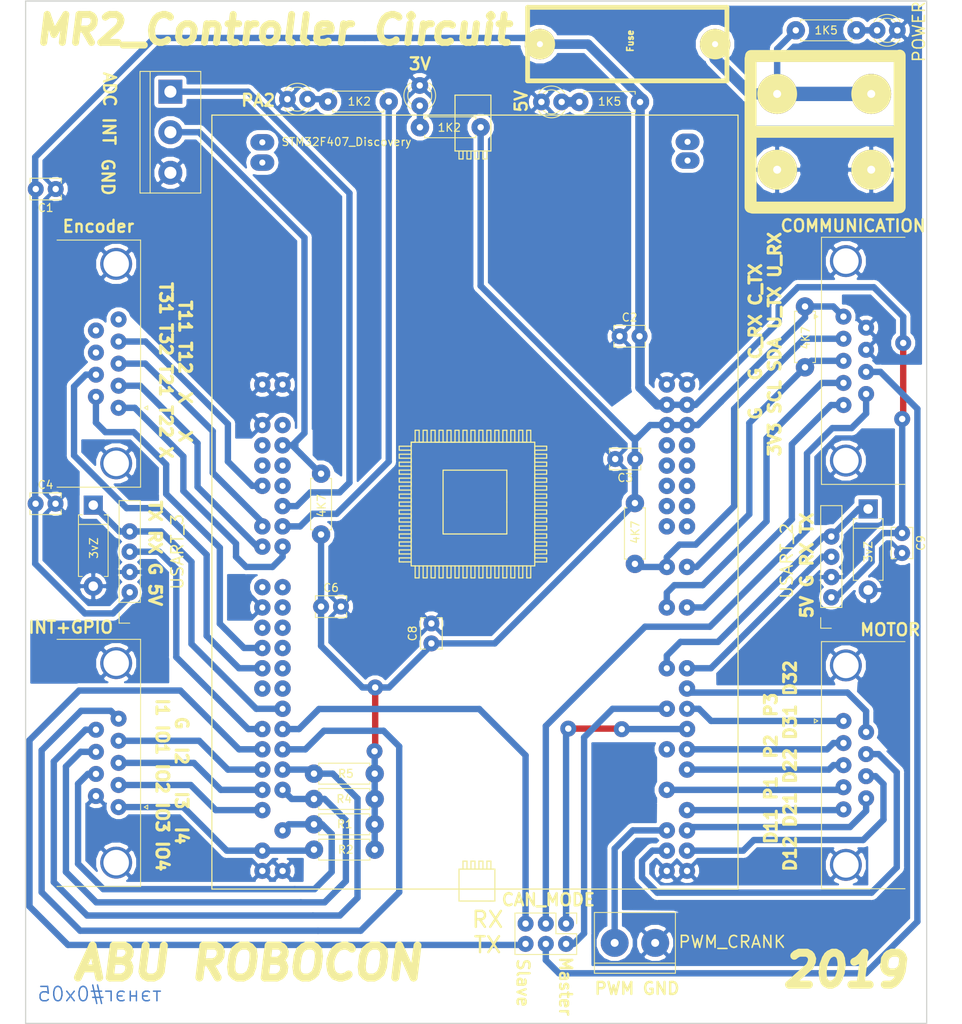
<source format=kicad_pcb>
(kicad_pcb (version 20171130) (host pcbnew "(5.0.2)-1")
  (layers (0 F.Cu signal) (31 B.Cu signal) (34 B.Paste user) (35 F.Paste user) (36 B.SilkS user) (37 F.SilkS user) (38 B.Mask user) (39 F.Mask user) (44 Edge.Cuts user))
  (net 0 "")
  (net 1 /GND)
  (net 2 /5V)
  (net 3 /PA1)
  (net 4 /PB10)
  (net 5 /PA5)
  (net 6 /PA7)
  (net 7 /PA6)
  (net 8 /PE9)
  (net 9 /PE11)
  (net 10 /PB11)
  (net 11 /PB12)
  (net 12 /PB13)
  (net 13 /PB14)
  (net 14 /PB15)
  (net 15 /PD8)
  (net 16 /PD9)
  (net 17 /PD10)
  (net 18 /PD11)
  (net 19 /PD14)
  (net 20 /PD15)
  (net 21 /3V3)
  (net 22 /PB8)
  (net 23 /PB9)
  (net 24 /PB6)
  (net 25 /PB7)
  (net 26 /PD5)
  (net 27 /PD6)
  (net 28 /PD1)
  (net 29 /PD0)
  (net 30 /PC10)
  (net 31 /PC11)
  (net 32 /PA15)
  (net 33 /PA10)
  (net 34 /PA9)
  (net 35 /PC8)
  (net 36 /PC9)
  (net 37 /PC6)
  (net 38 /PC7)
  (net 39 /CAN_RX)
  (net 40 /CAN_TX)
  (net 41 "Net-(J3-Pad9)")
  (net 42 "Net-(J3-Pad8)")
  (net 43 /PC1)
  (net 44 /PC0)
  (net 45 /NRST)
  (net 46 /PA2)
  (net 47 /PA4)
  (net 48 /PA0)
  (net 49 /PC2)
  (net 50 /PC3)
  (net 51 /PE7)
  (net 52 /PE8)
  (net 53 /PE10)
  (net 54 /PE13)
  (net 55 /PE14)
  (net 56 /PE12)
  (net 57 /PB1)
  (net 58 /PB0)
  (net 59 /PB2)
  (net 60 /PD4)
  (net 61 /PC14)
  (net 62 /PC15)
  (net 63 /PC13)
  (net 64 /PE6)
  (net 65 /PE2)
  (net 66 /PE3)
  (net 67 /PE5)
  (net 68 /PE4)
  (net 69 /PH1)
  (net 70 /PH0)
  (net 71 "Net-(U1-Padc)")
  (net 72 "Net-(U1-Padd)")
  (net 73 "Net-(U1-Padb)")
  (net 74 "Net-(U1-Pada)")
  (net 75 "Net-(J3-Pad5)")
  (net 76 /Vin)
  (net 77 "Net-(D3-Pad2)")
  (net 78 "Net-(D4-Pad2)")
  (net 79 "Net-(D5-Pad2)")
  (net 80 /PD2)
  (net 81 "Net-(D6-Pad2)")
  (module "Common Components:STM32F407_Discovery" (layer F.Cu) (at 99.674 88.106)
    (fp_text reference U1 hide)
    (fp_text value STM32F407_Discovery (at -16.114 -45.142) (layer F.SilkS))
    (pad 84 thru_hole circle (at 26.6065 25.908) (size 2 2) (drill 0.8) (layers *.Cu *.Mask) (net 80 /PD2))
    (pad 99 thru_hole circle (at 24.0665 46.228) (size 2 2) (drill 0.8) (layers *.Cu *.Mask) (net 1 /GND))
    (pad 100 thru_hole circle (at 26.6065 46.228) (size 2 2) (drill 0.8) (layers *.Cu *.Mask) (net 1 /GND))
    (pad 50 thru_hole circle (at -24.13 46.228) (size 2 2) (drill 0.8) (layers *.Cu *.Mask) (net 1 /GND))
    (pad 49 thru_hole circle (at -26.67 46.228) (size 2 2) (drill 0.8) (layers *.Cu *.Mask) (net 1 /GND))
    (pad 1 thru_hole circle (at -26.67 -14.732) (size 2.05 2.05) (drill 0.762) (layers *.Cu *.Mask) (net 1 /GND))
    (pad 2 thru_hole circle (at -24.13 -14.732) (size 2.05 2.05) (drill 0.762) (layers *.Cu *.Mask) (net 1 /GND))
    (pad 7 thru_hole circle (at -26.67 -7.112) (size 2.05 2.05) (drill 0.762) (layers *.Cu *.Mask) (net 43 /PC1))
    (pad 8 thru_hole circle (at -24.13 -7.112) (size 2.05 2.05) (drill 0.762) (layers *.Cu *.Mask) (net 44 /PC0))
    (pad 6 thru_hole circle (at -24.13 -9.652) (size 2.05 2.05) (drill 0.762) (layers *.Cu *.Mask) (net 45 /NRST))
    (pad 5 thru_hole circle (at -26.67 -9.652) (size 2.05 2.05) (drill 0.762) (layers *.Cu *.Mask) (net 1 /GND))
    (pad 14 thru_hole circle (at -24.13 0.508) (size 2.05 2.05) (drill 0.762) (layers *.Cu *.Mask) (net 46 /PA2))
    (pad 16 thru_hole circle (at -24.13 3.048) (size 2.05 2.05) (drill 0.762) (layers *.Cu *.Mask) (net 47 /PA4))
    (pad 15 thru_hole circle (at -26.67 3.048) (size 2.05 2.05) (drill 0.762) (layers *.Cu *.Mask) (net 5 /PA5))
    (pad 11 thru_hole circle (at -26.67 -2.032) (size 2.05 2.05) (drill 0.762) (layers *.Cu *.Mask) (net 3 /PA1))
    (pad 12 thru_hole circle (at -24.13 -2.032) (size 2.05 2.05) (drill 0.762) (layers *.Cu *.Mask) (net 48 /PA0))
    (pad 10 thru_hole circle (at -24.13 -4.572) (size 2.05 2.05) (drill 0.762) (layers *.Cu *.Mask) (net 49 /PC2))
    (pad 9 thru_hole circle (at -26.67 -4.572) (size 2.05 2.05) (drill 0.762) (layers *.Cu *.Mask) (net 50 /PC3))
    (pad 25 thru_hole circle (at -26.67 15.748) (size 2.05 2.05) (drill 0.762) (layers *.Cu *.Mask) (net 51 /PE7))
    (pad 26 thru_hole circle (at -24.13 15.748) (size 2.05 2.05) (drill 0.762) (layers *.Cu *.Mask) (net 52 /PE8))
    (pad 28 thru_hole circle (at -24.13 18.288) (size 2.05 2.05) (drill 0.762) (layers *.Cu *.Mask) (net 53 /PE10))
    (pad 27 thru_hole circle (at -26.67 18.288) (size 2.05 2.05) (drill 0.762) (layers *.Cu *.Mask) (net 8 /PE9))
    (pad 31 thru_hole circle (at -26.67 23.368) (size 2.05 2.05) (drill 0.762) (layers *.Cu *.Mask) (net 54 /PE13))
    (pad 32 thru_hole circle (at -24.13 23.368) (size 2.05 2.05) (drill 0.762) (layers *.Cu *.Mask) (net 55 /PE14))
    (pad 30 thru_hole circle (at -24.13 20.828) (size 2.05 2.05) (drill 0.762) (layers *.Cu *.Mask) (net 56 /PE12))
    (pad 29 thru_hole circle (at -26.67 20.828) (size 2.05 2.05) (drill 0.762) (layers *.Cu *.Mask) (net 9 /PE11))
    (pad 21 thru_hole circle (at -26.67 10.668) (size 2.05 2.05) (drill 0.762) (layers *.Cu *.Mask) (net 57 /PB1))
    (pad 22 thru_hole circle (at -24.13 10.668) (size 2.05 2.05) (drill 0.762) (layers *.Cu *.Mask) (net 58 /PB0))
    (pad 24 thru_hole circle (at -24.13 13.208) (size 2.05 2.05) (drill 0.762) (layers *.Cu *.Mask) (net 59 /PB2))
    (pad 23 thru_hole circle (at -26.67 13.208) (size 2.05 2.05) (drill 0.762) (layers *.Cu *.Mask) (net 1 /GND))
    (pad 18 thru_hole circle (at -24.13 5.588) (size 2.05 2.05) (drill 0.762) (layers *.Cu *.Mask) (net 7 /PA6))
    (pad 17 thru_hole circle (at -26.67 5.588) (size 2.05 2.05) (drill 0.762) (layers *.Cu *.Mask) (net 6 /PA7))
    (pad 35 thru_hole circle (at -26.67 28.448) (size 2.05 2.05) (drill 0.762) (layers *.Cu *.Mask) (net 10 /PB11))
    (pad 36 thru_hole circle (at -24.13 28.448) (size 2.05 2.05) (drill 0.762) (layers *.Cu *.Mask) (net 11 /PB12))
    (pad 38 thru_hole circle (at -24.13 30.988) (size 2.05 2.05) (drill 0.762) (layers *.Cu *.Mask) (net 13 /PB14))
    (pad 37 thru_hole circle (at -26.67 30.988) (size 2.05 2.05) (drill 0.762) (layers *.Cu *.Mask) (net 12 /PB13))
    (pad 41 thru_hole circle (at -26.67 36.068) (size 2.05 2.05) (drill 0.762) (layers *.Cu *.Mask) (net 16 /PD9))
    (pad 42 thru_hole circle (at -24.13 36.068) (size 2.05 2.05) (drill 0.762) (layers *.Cu *.Mask) (net 17 /PD10))
    (pad 40 thru_hole circle (at -24.13 33.528) (size 2.05 2.05) (drill 0.762) (layers *.Cu *.Mask) (net 15 /PD8))
    (pad 39 thru_hole circle (at -26.67 33.528) (size 2.05 2.05) (drill 0.762) (layers *.Cu *.Mask) (net 14 /PB15))
    (pad 47 thru_hole circle (at -26.67 43.688) (size 2.05 2.05) (drill 0.762) (layers *.Cu *.Mask) (net 20 /PD15))
    (pad 46 thru_hole circle (at -24.13 41.148) (size 2.05 2.05) (drill 0.762) (layers *.Cu *.Mask) (net 19 /PD14))
    (pad 43 thru_hole circle (at -26.67 38.608) (size 2.05 2.05) (drill 0.762) (layers *.Cu *.Mask) (net 18 /PD11))
    (pad 34 thru_hole circle (at -24.13 25.908) (size 2.05 2.05) (drill 0.762) (layers *.Cu *.Mask) (net 4 /PB10))
    (pad 83 thru_hole circle (at 24.0665 25.908) (size 2.05 2.05) (drill 0.762) (layers *.Cu *.Mask) (net 28 /PD1))
    (pad 94 thru_hole circle (at 26.6065 38.608) (size 2.05 2.05) (drill 0.762) (layers *.Cu *.Mask) (net 34 /PA9))
    (pad 96 thru_hole circle (at 26.6065 41.148) (size 2.05 2.05) (drill 0.762) (layers *.Cu *.Mask) (net 36 /PC9))
    (pad 95 thru_hole circle (at 24.0665 41.148) (size 2.05 2.05) (drill 0.762) (layers *.Cu *.Mask) (net 35 /PC8))
    (pad 98 thru_hole circle (at 26.6065 43.688) (size 2.05 2.05) (drill 0.762) (layers *.Cu *.Mask) (net 38 /PC7))
    (pad 97 thru_hole circle (at 24.0665 43.688) (size 2.05 2.05) (drill 0.762) (layers *.Cu *.Mask) (net 37 /PC6))
    (pad 90 thru_hole circle (at 26.6065 33.528) (size 2.05 2.05) (drill 0.762) (layers *.Cu *.Mask) (net 32 /PA15))
    (pad 91 thru_hole circle (at 24.0665 36.068) (size 2.05 2.05) (drill 0.762) (layers *.Cu *.Mask) (net 33 /PA10))
    (pad 87 thru_hole circle (at 24.0665 30.988) (size 2.05 2.05) (drill 0.762) (layers *.Cu *.Mask) (net 30 /PC10))
    (pad 88 thru_hole circle (at 26.6065 30.988) (size 2.05 2.05) (drill 0.762) (layers *.Cu *.Mask) (net 31 /PC11))
    (pad 86 thru_hole circle (at 26.6065 28.448) (size 2.05 2.05) (drill 0.762) (layers *.Cu *.Mask) (net 29 /PD0))
    (pad 70 thru_hole circle (at 26.6065 8.128) (size 2.05 2.05) (drill 0.762) (layers *.Cu *.Mask) (net 23 /PB9))
    (pad 69 thru_hole circle (at 24.0665 8.128) (size 2.05 2.05) (drill 0.762) (layers *.Cu *.Mask) (net 22 /PB8))
    (pad 73 thru_hole circle (at 24.0665 13.208) (size 2.05 2.05) (drill 0.762) (layers *.Cu *.Mask) (net 24 /PB6))
    (pad 74 thru_hole circle (at 26.6065 13.208) (size 2.05 2.05) (drill 0.762) (layers *.Cu *.Mask) (net 25 /PB7))
    (pad 79 thru_hole circle (at 24.0665 20.828) (size 2.05 2.05) (drill 0.762) (layers *.Cu *.Mask) (net 26 /PD5))
    (pad 80 thru_hole circle (at 26.6065 20.828) (size 2.05 2.05) (drill 0.762) (layers *.Cu *.Mask) (net 27 /PD6))
    (pad 82 thru_hole circle (at 26.6065 23.368) (size 2.05 2.05) (drill 0.762) (layers *.Cu *.Mask) (net 60 /PD4))
    (pad 59 thru_hole circle (at 24.0665 -4.572) (size 2.05 2.05) (drill 0.762) (layers *.Cu *.Mask) (net 61 /PC14))
    (pad 60 thru_hole circle (at 26.6065 -4.572) (size 2.05 2.05) (drill 0.762) (layers *.Cu *.Mask) (net 62 /PC15))
    (pad 62 thru_hole circle (at 26.6065 -2.032) (size 2.05 2.05) (drill 0.762) (layers *.Cu *.Mask) (net 63 /PC13))
    (pad 61 thru_hole circle (at 24.0665 -2.032) (size 2.05 2.05) (drill 0.762) (layers *.Cu *.Mask) (net 64 /PE6))
    (pad 65 thru_hole circle (at 24.0665 3.048) (size 2.05 2.05) (drill 0.762) (layers *.Cu *.Mask) (net 65 /PE2))
    (pad 66 thru_hole circle (at 26.6065 3.048) (size 2.05 2.05) (drill 0.762) (layers *.Cu *.Mask) (net 66 /PE3))
    (pad 64 thru_hole circle (at 26.6065 0.508) (size 2.05 2.05) (drill 0.762) (layers *.Cu *.Mask) (net 67 /PE5))
    (pad 63 thru_hole circle (at 24.0665 0.508) (size 2.05 2.05) (drill 0.762) (layers *.Cu *.Mask) (net 68 /PE4))
    (pad 55 thru_hole circle (at 24.0665 -9.652) (size 2.05 2.05) (drill 0.762) (layers *.Cu *.Mask) (net 21 /3V3))
    (pad 56 thru_hole circle (at 26.6065 -9.652) (size 2.05 2.05) (drill 0.762) (layers *.Cu *.Mask) (net 21 /3V3))
    (pad 58 thru_hole circle (at 26.6065 -7.112) (size 2.05 2.05) (drill 0.762) (layers *.Cu *.Mask) (net 69 /PH1))
    (pad 57 thru_hole circle (at 24.0665 -7.112) (size 2.05 2.05) (drill 0.762) (layers *.Cu *.Mask) (net 70 /PH0))
    (pad 53 thru_hole circle (at 24.0665 -12.192) (size 2.05 2.05) (drill 0.762) (layers *.Cu *.Mask) (net 2 /5V))
    (pad 54 thru_hole circle (at 26.6065 -12.192) (size 2.05 2.05) (drill 0.762) (layers *.Cu *.Mask) (net 2 /5V))
    (pad 52 thru_hole circle (at 26.6065 -14.732) (size 2.05 2.05) (drill 0.762) (layers *.Cu *.Mask) (net 1 /GND))
    (pad 51 thru_hole circle (at 24.0665 -14.732) (size 2.05 2.05) (drill 0.762) (layers *.Cu *.Mask) (net 1 /GND))
    (pad c thru_hole oval (at 26.67 -45.1485) (size 3 2.05) (drill 0.762) (layers *.Cu *.Mask) (net 71 "Net-(U1-Padc)"))
    (pad d thru_hole oval (at 26.67 -42.799) (size 3 2.05) (drill 0.762) (layers *.Cu *.Mask) (net 72 "Net-(U1-Padd)"))
    (pad b thru_hole oval (at -26.67 -42.545) (size 3 2.05) (drill 0.762) (layers *.Cu *.Mask) (net 73 "Net-(U1-Padb)"))
    (pad a thru_hole oval (at -26.67 -45.085) (size 3 2.05) (drill 0.762) (layers *.Cu *.Mask) (net 74 "Net-(U1-Pada)"))
  )
  (module "Common Components:Capacitor_Disc_Small" (layer F.Cu) (at 119.77 82.71 180)
    (fp_text reference C3 (at 1.25 -2.36 180) (layer F.SilkS))
    (fp_text value C hide)
    (pad 1 thru_hole circle (at 0 0 180) (size 2 2) (drill 0.8) (layers *.Cu *.Mask) (net 21 /3V3))
    (pad 2 thru_hole circle (at 2.5 0 180) (size 2 2) (drill 0.8) (layers *.Cu *.Mask) (net 1 /GND))
  )
  (module "Common Components:Capacitor_Disc_Small" (layer F.Cu) (at 94.21 105.82 90)
    (fp_text reference C8 (at 1.25 -2.36 90) (layer F.SilkS))
    (fp_text value C hide)
    (pad 2 thru_hole circle (at 2.5 0 90) (size 2 2) (drill 0.8) (layers *.Cu *.Mask) (net 1 /GND))
    (pad 1 thru_hole circle (at 0 0 90) (size 2 2) (drill 0.8) (layers *.Cu *.Mask) (net 21 /3V3))
  )
  (module Connector_Dsub:DSUB-9_Female_Horizontal_P2.77x2.84mm_EdgePinOffset4.94mm_Housed_MountingHolesOffset7.48mm (layer F.Cu) (at 54.97 76.295 270)
    (fp_text reference J3 hide)
    (fp_text value Encoder (at -22.745 2.53) (layer F.SilkS) (effects (font (size 1.5 1.5) (thickness 0.3))))
    (pad 1 thru_hole circle (at 0 0 270) (size 2 2) (drill 0.8) (layers *.Cu *.Mask) (net 7 /PA6))
    (pad 2 thru_hole circle (at -2.77 0 270) (size 2 2) (drill 0.8) (layers *.Cu *.Mask) (net 6 /PA7))
    (pad 3 thru_hole circle (at -5.54 0 270) (size 2 2) (drill 0.8) (layers *.Cu *.Mask) (net 5 /PA5))
    (pad 4 thru_hole circle (at -8.31 0 270) (size 2 2) (drill 0.8) (layers *.Cu *.Mask) (net 3 /PA1))
    (pad 5 thru_hole circle (at -11.08 0 270) (size 2 2) (drill 0.8) (layers *.Cu *.Mask) (net 75 "Net-(J3-Pad5)"))
    (pad 6 thru_hole circle (at -1.385 2.84 270) (size 2 2) (drill 0.8) (layers *.Cu *.Mask) (net 8 /PE9))
    (pad 7 thru_hole circle (at -4.155 2.84 270) (size 2 2) (drill 0.8) (layers *.Cu *.Mask) (net 9 /PE11))
    (pad 8 thru_hole circle (at -6.925 2.84 270) (size 2 2) (drill 0.8) (layers *.Cu *.Mask) (net 42 "Net-(J3-Pad8)"))
    (pad 9 thru_hole circle (at -9.695 2.84 270) (size 2 2) (drill 0.8) (layers *.Cu *.Mask) (net 41 "Net-(J3-Pad9)"))
    (pad 0 thru_hole circle (at -18.04 0.3 270) (size 4 4) (drill 3.2) (layers *.Cu *.Mask) (net 1 /GND))
    (pad 0 thru_hole circle (at 6.96 0.3 270) (size 4 4) (drill 3.2) (layers *.Cu *.Mask) (net 1 /GND))
  )
  (module Connector_Dsub:DSUB-9_Female_Horizontal_P2.77x2.84mm_EdgePinOffset4.94mm_Housed_MountingHolesOffset7.48mm (layer F.Cu) (at 54.97 126.333 270)
    (fp_text reference J6 hide)
    (fp_text value INT+GPIO (at -22.533 5.99) (layer F.SilkS) (effects (font (size 1.5 1.5) (thickness 0.3))))
    (pad 1 thru_hole circle (at 0 0 270) (size 2 2) (drill 0.8) (layers *.Cu *.Mask) (net 20 /PD15))
    (pad 2 thru_hole circle (at -2.77 0 270) (size 2 2) (drill 0.8) (layers *.Cu *.Mask) (net 18 /PD11))
    (pad 3 thru_hole circle (at -5.54 0 270) (size 2 2) (drill 0.8) (layers *.Cu *.Mask) (net 16 /PD9))
    (pad 4 thru_hole circle (at -8.31 0 270) (size 2 2) (drill 0.8) (layers *.Cu *.Mask) (net 14 /PB15))
    (pad 5 thru_hole circle (at -11.08 0 270) (size 2 2) (drill 0.8) (layers *.Cu *.Mask) (net 13 /PB14))
    (pad 6 thru_hole circle (at -1.385 2.84 270) (size 2 2) (drill 0.8) (layers *.Cu *.Mask) (net 1 /GND))
    (pad 7 thru_hole circle (at -4.155 2.84 270) (size 2 2) (drill 0.8) (layers *.Cu *.Mask) (net 19 /PD14))
    (pad 8 thru_hole circle (at -6.925 2.84 270) (size 2 2) (drill 0.8) (layers *.Cu *.Mask) (net 17 /PD10))
    (pad 9 thru_hole circle (at -9.695 2.84 270) (size 2 2) (drill 0.8) (layers *.Cu *.Mask) (net 15 /PD8))
    (pad 0 thru_hole circle (at -18.04 0.3 270) (size 4 4) (drill 3.2) (layers *.Cu *.Mask) (net 1 /GND))
    (pad 0 thru_hole circle (at 6.96 0.3 270) (size 4 4) (drill 3.2) (layers *.Cu *.Mask) (net 1 /GND))
  )
  (module Connector_PinSocket_2.54mm:PinSocket_1x06_P2.54mm_Vertical (layer F.Cu) (at 56.367 101.949 180)
    (fp_text reference J7 hide)
    (fp_text value USART_3 (at -5.969 7.62 270) (layer F.SilkS) (effects (font (size 1.5 1.5) (thickness 0.2))))
    (pad 5 thru_hole oval (at 0 10.16 180) (size 2.05 2.05) (drill 0.8) (layers *.Cu *.Mask) (net 4 /PB10))
    (pad 4 thru_hole oval (at 0 7.62 180) (size 2.05 2.05) (drill 0.8) (layers *.Cu *.Mask) (net 10 /PB11))
    (pad 3 thru_hole oval (at 0 5.08 180) (size 2.05 2.05) (drill 0.8) (layers *.Cu *.Mask) (net 1 /GND))
    (pad 2 thru_hole oval (at 0 2.54 180) (size 2.05 2.05) (drill 0.8) (layers *.Cu *.Mask) (net 2 /5V))
  )
  (module Connector_PinSocket_2.54mm:PinSocket_1x06_P2.54mm_Vertical (layer F.Cu) (at 144.378 102.584 180)
    (fp_text reference J5 hide)
    (fp_text value USART_2 (at 5.588 7.112 90) (layer F.SilkS) (effects (font (size 1.5 1.5) (thickness 0.2))))
    (pad 2 thru_hole oval (at 0 2.54 180) (size 2.05 2.05) (drill 0.8) (layers *.Cu *.Mask) (net 2 /5V))
    (pad 3 thru_hole oval (at 0 5.08 180) (size 2.05 2.05) (drill 0.8) (layers *.Cu *.Mask) (net 1 /GND))
    (pad 4 thru_hole oval (at 0 7.62 180) (size 2.05 2.05) (drill 0.8) (layers *.Cu *.Mask) (net 27 /PD6))
    (pad 5 thru_hole oval (at 0 10.16 180) (size 2.05 2.05) (drill 0.8) (layers *.Cu *.Mask) (net 26 /PD5))
  )
  (module Connector_PinHeader_2.54mm:PinHeader_2x03_P2.54mm_Vertical (layer F.Cu) (at 111.104 140.938 270)
    (fp_text reference `J10 hide)
    (fp_text value CAN_MODE (at -2.9845 2.2225 180) (layer F.SilkS) (effects (font (size 1.5 1.5) (thickness 0.3))))
    (pad 1 thru_hole oval (at 0 0 270) (size 2 2) (drill 0.8) (layers *.Cu *.Mask) (net 29 /PD0))
    (pad 4 thru_hole oval (at 2.54 0 270) (size 2 2) (drill 0.8) (layers *.Cu *.Mask) (net 28 /PD1))
    (pad 2 thru_hole oval (at 0 2.54 270) (size 2 2) (drill 0.8) (layers *.Cu *.Mask) (net 39 /CAN_RX))
    (pad 5 thru_hole oval (at 2.54 2.54 270) (size 2 2) (drill 0.8) (layers *.Cu *.Mask) (net 40 /CAN_TX))
    (pad 3 thru_hole oval (at 0 5.08 270) (size 2 2) (drill 0.8) (layers *.Cu *.Mask) (net 11 /PB12))
    (pad 6 thru_hole oval (at 2.54 5.08 270) (size 2 2) (drill 0.8) (layers *.Cu *.Mask) (net 12 /PB13))
  )
  (module "Common Components:Diode_Small" (layer F.Cu) (at 149 88.97 270)
    (fp_text reference 3vZ (at 5.3594 0 270) (layer F.SilkS))
    (fp_text value D_Zener hide)
    (pad 2 thru_hole oval (at 10.16 0 270) (size 2.4 2.4) (drill 1.2) (layers *.Cu *.Mask) (net 1 /GND))
    (pad 1 thru_hole rect (at 0 0 270) (size 2.4 2.4) (drill 1.2) (layers *.Cu *.Mask) (net 26 /PD5))
  )
  (module "Common Components:Diode_Small" (layer F.Cu) (at 51.795 88.487 270)
    (fp_text reference 3vZ (at 5.3848 -0.0762 270) (layer F.SilkS))
    (fp_text value D_Zener hide)
    (pad 1 thru_hole rect (at 0 0 270) (size 2.4 2.4) (drill 1.2) (layers *.Cu *.Mask) (net 4 /PB10))
    (pad 2 thru_hole oval (at 10.16 0 270) (size 2.4 2.4) (drill 1.2) (layers *.Cu *.Mask) (net 1 /GND))
  )
  (module Connector_Dsub:DSUB-9_Female_Horizontal_P2.77x2.84mm_EdgePinOffset4.94mm_Housed_MountingHolesOffset7.48mm (layer F.Cu) (at 145.902 64.865 90)
    (fp_text reference J2 hide)
    (fp_text value COMMUNICATION (at 11.381 1.208 180) (layer F.SilkS) (effects (font (size 1.5 1.5) (thickness 0.3))))
    (pad 0 thru_hole circle (at 6.96 0.3 90) (size 4 4) (drill 3.2) (layers *.Cu *.Mask) (net 1 /GND))
    (pad 0 thru_hole circle (at -18.04 0.3 90) (size 4 4) (drill 3.2) (layers *.Cu *.Mask) (net 1 /GND))
    (pad 9 thru_hole circle (at -9.695 2.84 90) (size 2 2) (drill 0.8) (layers *.Cu *.Mask) (net 39 /CAN_RX))
    (pad 8 thru_hole circle (at -6.925 2.84 90) (size 2 2) (drill 0.8) (layers *.Cu *.Mask) (net 40 /CAN_TX))
    (pad 7 thru_hole circle (at -4.155 2.84 90) (size 2 2) (drill 0.8) (layers *.Cu *.Mask) (net 1 /GND))
    (pad 6 thru_hole circle (at -1.385 2.84 90) (size 2 2) (drill 0.8) (layers *.Cu *.Mask) (net 1 /GND))
    (pad 5 thru_hole circle (at -11.08 0 90) (size 2 2) (drill 0.8) (layers *.Cu *.Mask) (net 25 /PB7))
    (pad 4 thru_hole circle (at -8.31 0 90) (size 2 2) (drill 0.8) (layers *.Cu *.Mask) (net 24 /PB6))
    (pad 3 thru_hole circle (at -5.54 0 90) (size 2 2) (drill 0.8) (layers *.Cu *.Mask) (net 23 /PB9))
    (pad 2 thru_hole circle (at -2.77 0 90) (size 2 2) (drill 0.8) (layers *.Cu *.Mask) (net 22 /PB8))
    (pad 1 thru_hole circle (at 0 0 90) (size 2 2) (drill 0.8) (layers *.Cu *.Mask) (net 21 /3V3))
  )
  (module Connector_Dsub:DSUB-9_Female_Horizontal_P2.77x2.84mm_EdgePinOffset4.94mm_Housed_MountingHolesOffset7.48mm (layer F.Cu) (at 145.902 115.538 90)
    (fp_text reference J4 hide)
    (fp_text value MOTOR (at 11.434 5.868 180) (layer F.SilkS) (effects (font (size 1.5 1.5) (thickness 0.3))))
    (pad 0 thru_hole circle (at 6.96 0.3 90) (size 4 4) (drill 3.2) (layers *.Cu *.Mask) (net 1 /GND))
    (pad 0 thru_hole circle (at -18.04 0.3 90) (size 4 4) (drill 3.2) (layers *.Cu *.Mask) (net 1 /GND))
    (pad 9 thru_hole circle (at -9.695 2.84 90) (size 2 2) (drill 0.8) (layers *.Cu *.Mask) (net 36 /PC9))
    (pad 8 thru_hole circle (at -6.925 2.84 90) (size 2 2) (drill 0.8) (layers *.Cu *.Mask) (net 38 /PC7))
    (pad 7 thru_hole circle (at -4.155 2.84 90) (size 2 2) (drill 0.8) (layers *.Cu *.Mask) (net 37 /PC6))
    (pad 6 thru_hole circle (at -1.385 2.84 90) (size 2 2) (drill 0.8) (layers *.Cu *.Mask) (net 60 /PD4))
    (pad 5 thru_hole circle (at -11.08 0 90) (size 2 2) (drill 0.8) (layers *.Cu *.Mask) (net 34 /PA9))
    (pad 4 thru_hole circle (at -8.31 0 90) (size 2 2) (drill 0.8) (layers *.Cu *.Mask) (net 33 /PA10))
    (pad 3 thru_hole circle (at -5.54 0 90) (size 2 2) (drill 0.8) (layers *.Cu *.Mask) (net 32 /PA15))
    (pad 2 thru_hole circle (at -2.77 0 90) (size 2 2) (drill 0.8) (layers *.Cu *.Mask) (net 31 /PC11))
    (pad 1 thru_hole circle (at 0 0 90) (size 2 2) (drill 0.8) (layers *.Cu *.Mask) (net 80 /PD2))
  )
  (module "Common Components:Connector_Bornier_2" (layer F.Cu) (at 117.2 143.351)
    (fp_text reference J8 hide)
    (fp_text value PWM_CRANK (at 14.732 -0.127) (layer F.SilkS) (effects (font (size 1.5 1.5) (thickness 0.2))))
    (pad 1 thru_hole circle (at 0 0) (size 3.5 3.5) (drill 1) (layers *.Cu *.Mask) (net 35 /PC8))
    (pad 2 thru_hole circle (at 5.08 0) (size 3.5 3.5) (drill 1) (layers *.Cu *.Mask) (net 1 /GND))
  )
  (module "Common Components:Solar_Connector" (layer F.Cu) (at 143.01 41.83 90)
    (fp_text reference J11 hide)
    (fp_text value POWER (at 12.676 12.35 270) (layer F.SilkS) (effects (font (size 1.5 1.5) (thickness 0.2))))
    (pad 1 thru_hole oval (at -4.6226 -5.4264 180) (size 5 5) (drill 1) (layers *.Cu *.Mask F.SilkS) (net 1 /GND))
    (pad 2 thru_hole oval (at 4.8774 -5.4264 180) (size 5 5) (drill 1) (layers *.Cu *.Mask F.SilkS) (net 76 /Vin))
    (pad 1 thru_hole oval (at -4.6226 6.3736 180) (size 5 5) (drill 1) (layers *.Cu *.Mask F.SilkS) (net 1 /GND))
    (pad 2 thru_hole oval (at 4.8774 6.3736 180) (size 5 5) (drill 1) (layers *.Cu *.Mask F.SilkS) (net 76 /Vin))
  )
  (module "Common Components:Resistor_small" (layer F.Cu) (at 87.101 128.492 180)
    (fp_text reference R1 (at 3.7592 0.0254 180) (layer F.SilkS))
    (fp_text value R hide)
    (pad 2 thru_hole circle (at 7.62 0 180) (size 2.3 2.3) (drill 0.8) (layers *.Cu *.Mask) (net 19 /PD14))
    (pad 1 thru_hole circle (at 0 0 180) (size 2.3 2.3) (drill 0.8) (layers *.Cu *.Mask) (net 21 /3V3))
  )
  (module "Common Components:Resistor_small" (layer F.Cu) (at 87.101 131.667 180)
    (fp_text reference R2 (at 3.6322 0 180) (layer F.SilkS))
    (fp_text value R hide)
    (pad 1 thru_hole circle (at 0 0 180) (size 2.3 2.3) (drill 0.8) (layers *.Cu *.Mask) (net 21 /3V3))
    (pad 2 thru_hole circle (at 7.62 0 180) (size 2.3 2.3) (drill 0.8) (layers *.Cu *.Mask) (net 20 /PD15))
  )
  (module "Common Components:Resistor_small" (layer F.Cu) (at 141.076 63.595 270)
    (fp_text reference 4K7 (at 3.937 -0.0762 270) (layer F.SilkS))
    (fp_text value R hide)
    (pad 1 thru_hole circle (at 0 0 270) (size 2.3 2.3) (drill 0.8) (layers *.Cu *.Mask) (net 21 /3V3))
    (pad 2 thru_hole circle (at 7.62 0 270) (size 2.3 2.3) (drill 0.8) (layers *.Cu *.Mask) (net 23 /PB9))
  )
  (module "Common Components:Resistor_small" (layer F.Cu) (at 79.481 125.317)
    (fp_text reference R4 (at 3.7846 0) (layer F.SilkS))
    (fp_text value R hide)
    (pad 1 thru_hole circle (at 0 0) (size 2.3 2.3) (drill 0.8) (layers *.Cu *.Mask) (net 17 /PD10))
    (pad 2 thru_hole circle (at 7.62 0) (size 2.3 2.3) (drill 0.8) (layers *.Cu *.Mask) (net 21 /3V3))
  )
  (module "Common Components:Resistor_small" (layer F.Cu) (at 79.481 122.142)
    (fp_text reference R5 (at 4.0005 0) (layer F.SilkS))
    (fp_text value R hide)
    (pad 2 thru_hole circle (at 7.62 0) (size 2.3 2.3) (drill 0.8) (layers *.Cu *.Mask) (net 21 /3V3))
    (pad 1 thru_hole circle (at 0 0) (size 2.3 2.3) (drill 0.8) (layers *.Cu *.Mask) (net 15 /PD8))
  )
  (module "Common Components:Resistor_small" (layer F.Cu) (at 119.74 95.853 90)
    (fp_text reference 4K7 (at 3.9624 0.0508 90) (layer F.SilkS))
    (fp_text value R hide)
    (pad 2 thru_hole circle (at 7.62 0 90) (size 2.3 2.3) (drill 0.8) (layers *.Cu *.Mask) (net 21 /3V3))
    (pad 1 thru_hole circle (at 0 0 90) (size 2.3 2.3) (drill 0.8) (layers *.Cu *.Mask) (net 22 /PB8))
  )
  (module "Common Components:Fuse_Holder" (layer F.Cu) (at 119 30.21 180)
    (fp_text reference F1 hide)
    (fp_text value Fuse (at -0.154 -0.098 270) (layer F.SilkS) (effects (font (size 0.8 0.8) (thickness 0.2))))
    (pad 1 thru_hole circle (at 11.176 -0.508 270) (size 3.81 3.81) (drill 0.762) (layers *.Cu *.Mask F.SilkS) (net 2 /5V))
    (pad 2 thru_hole circle (at -10.795 -0.508 270) (size 3.81 3.81) (drill 0.762) (layers *.Cu *.Mask F.SilkS) (net 76 /Vin))
  )
  (module "Common Components:Capacitor_Disc_Small" (layer F.Cu) (at 47.08 48.874 180)
    (fp_text reference C1 (at 1.25 -2.36 180) (layer F.SilkS))
    (fp_text value C hide)
    (pad 1 thru_hole circle (at 0 0 180) (size 2 2) (drill 0.8) (layers *.Cu *.Mask) (net 1 /GND))
    (pad 2 thru_hole circle (at 2.5 0 180) (size 2 2) (drill 0.8) (layers *.Cu *.Mask) (net 2 /5V))
  )
  (module "Common Components:Capacitor_Disc_Small" (layer F.Cu) (at 117.82 67.324)
    (fp_text reference C2 (at 1.25 -2.36) (layer F.SilkS))
    (fp_text value C hide)
    (pad 2 thru_hole circle (at 2.5 0) (size 2 2) (drill 0.8) (layers *.Cu *.Mask) (net 2 /5V))
    (pad 1 thru_hole circle (at 0 0) (size 2 2) (drill 0.8) (layers *.Cu *.Mask) (net 1 /GND))
  )
  (module "Common Components:Capacitor_Disc_Small" (layer F.Cu) (at 44.56 88.31)
    (fp_text reference C4 (at 1.25 -2.36) (layer F.SilkS))
    (fp_text value C)
    (pad 2 thru_hole circle (at 2.5 0) (size 2 2) (drill 0.8) (layers *.Cu *.Mask) (net 1 /GND))
    (pad 1 thru_hole circle (at 0 0) (size 2 2) (drill 0.8) (layers *.Cu *.Mask) (net 2 /5V))
  )
  (module "Common Components:Capacitor_Disc_Small" (layer F.Cu) (at 80.37 101.21)
    (fp_text reference C6 (at 1.25 -2.36) (layer F.SilkS))
    (fp_text value C hide)
    (pad 2 thru_hole circle (at 2.5 0) (size 2 2) (drill 0.8) (layers *.Cu *.Mask) (net 1 /GND))
    (pad 1 thru_hole circle (at 0 0) (size 2 2) (drill 0.8) (layers *.Cu *.Mask) (net 21 /3V3))
  )
  (module "Common Components:Capacitor_Disc_Small" (layer F.Cu) (at 153.25 91.99 270)
    (fp_text reference C9 (at 1.25 -2.36 270) (layer F.SilkS))
    (fp_text value C hide)
    (pad 1 thru_hole circle (at 0 0 270) (size 2 2) (drill 0.8) (layers *.Cu *.Mask) (net 2 /5V))
    (pad 2 thru_hole circle (at 2.5 0 270) (size 2 2) (drill 0.8) (layers *.Cu *.Mask) (net 1 /GND))
  )
  (module "Common Components:LED_D3.0mm" (layer F.Cu) (at 152.66 28.984 180)
    (fp_text reference D3 hide)
    (fp_text value LED hide)
    (pad 1 thru_hole circle (at 0 0 180) (size 2.1 2.1) (drill 0.8) (layers *.Cu *.Mask) (net 1 /GND))
    (pad 2 thru_hole circle (at 2.54 0 180) (size 2.1 2.1) (drill 0.8) (layers *.Cu *.Mask) (net 77 "Net-(D3-Pad2)"))
  )
  (module "Common Components:LED_D3.0mm" (layer F.Cu) (at 108.01 37.954)
    (fp_text reference D4 hide)
    (fp_text value LED hide)
    (pad 2 thru_hole circle (at 2.54 0) (size 2.1 2.1) (drill 0.8) (layers *.Cu *.Mask) (net 78 "Net-(D4-Pad2)"))
    (pad 1 thru_hole circle (at 0 0) (size 2.1 2.1) (drill 0.8) (layers *.Cu *.Mask) (net 1 /GND))
  )
  (module "Common Components:LED_D3.0mm" (layer F.Cu) (at 76.15 37.61)
    (fp_text reference D5 hide)
    (fp_text value LED hide)
    (pad 1 thru_hole circle (at 0 0) (size 2.1 2.1) (drill 0.8) (layers *.Cu *.Mask) (net 1 /GND))
    (pad 2 thru_hole circle (at 2.54 0) (size 2.1 2.1) (drill 0.8) (layers *.Cu *.Mask) (net 79 "Net-(D5-Pad2)"))
  )
  (module "Common Components:Resistor_small" (layer F.Cu) (at 80.37 92.17 90)
    (fp_text reference R7 hide)
    (fp_text value 4K7 (at 3.606 0.06 90) (layer F.SilkS))
    (pad 1 thru_hole circle (at 0 0 90) (size 2.3 2.3) (drill 0.8) (layers *.Cu *.Mask) (net 21 /3V3))
    (pad 2 thru_hole circle (at 7.62 0 90) (size 2.3 2.3) (drill 0.8) (layers *.Cu *.Mask) (net 44 /PC0))
  )
  (module "Common Components:Resistor_small" (layer F.Cu) (at 147.54 28.984 180)
    (fp_text reference R8 hide)
    (fp_text value 1K5 (at 3.81 0 180) (layer F.SilkS))
    (pad 2 thru_hole circle (at 7.62 0 180) (size 2.3 2.3) (drill 0.8) (layers *.Cu *.Mask) (net 76 /Vin))
    (pad 1 thru_hole circle (at 0 0 180) (size 2.3 2.3) (drill 0.8) (layers *.Cu *.Mask) (net 77 "Net-(D3-Pad2)"))
  )
  (module "Common Components:Resistor_small" (layer F.Cu) (at 112.76 37.964)
    (fp_text reference R9 hide)
    (fp_text value 1K5 (at 3.81 -0.05) (layer F.SilkS))
    (pad 1 thru_hole circle (at 0 0) (size 2.3 2.3) (drill 0.8) (layers *.Cu *.Mask) (net 78 "Net-(D4-Pad2)"))
    (pad 2 thru_hole circle (at 7.62 0) (size 2.3 2.3) (drill 0.8) (layers *.Cu *.Mask) (net 2 /5V))
  )
  (module "Common Components:Resistor_small" (layer F.Cu) (at 81.24 37.91)
    (fp_text reference R10 hide)
    (fp_text value 1K2 (at 3.93 0) (layer F.SilkS))
    (pad 2 thru_hole circle (at 7.62 0) (size 2.3 2.3) (drill 0.8) (layers *.Cu *.Mask) (net 47 /PA4))
    (pad 1 thru_hole circle (at 0 0) (size 2.3 2.3) (drill 0.8) (layers *.Cu *.Mask) (net 79 "Net-(D5-Pad2)"))
  )
  (module "Common Components:LED_D3.0mm" (layer F.Cu) (at 92.75 35.894 270)
    (fp_text reference D6 hide)
    (fp_text value LED hide)
    (pad 1 thru_hole circle (at 0 0 270) (size 2.1 2.1) (drill 0.8) (layers *.Cu *.Mask) (net 1 /GND))
    (pad 2 thru_hole circle (at 2.54 0 270) (size 2.1 2.1) (drill 0.8) (layers *.Cu *.Mask) (net 81 "Net-(D6-Pad2)"))
  )
  (module "Common Components:Resistor_small" (layer F.Cu) (at 92.77 41.134)
    (fp_text reference R11 hide)
    (fp_text value 1K2 (at 3.69 0.04) (layer F.SilkS))
    (pad 1 thru_hole circle (at 0 0) (size 2.3 2.3) (drill 0.8) (layers *.Cu *.Mask) (net 81 "Net-(D6-Pad2)"))
    (pad 2 thru_hole circle (at 7.62 0) (size 2.3 2.3) (drill 0.8) (layers *.Cu *.Mask) (net 21 /3V3))
  )
  (module TerminalBlock:TerminalBlock_bornier-3_P5.08mm (layer F.Cu) (at 61.47 36.674 270)
    (fp_text reference J9 hide)
    (fp_text value INTERRUPT hide)
    (pad 1 thru_hole rect (at 0 0 270) (size 3 3) (drill 1.52) (layers *.Cu *.Mask) (net 46 /PA2))
    (pad 2 thru_hole circle (at 5.08 0 270) (size 3 3) (drill 1.52) (layers *.Cu *.Mask) (net 44 /PC0))
    (pad 3 thru_hole circle (at 10.16 0 270) (size 3 3) (drill 1.52) (layers *.Cu *.Mask) (net 1 /GND))
  )
  (gr_text 2019 (at 146.16 146.784) (layer F.SilkS) (effects (font (size 4 4) (thickness 1) italic)))
  (gr_text ADC (at 53.83 36.384 270) (layer F.SilkS) (effects (font (size 1.5 1.5) (thickness 0.3))))
  (gr_text "MR2_Controller Circuit" (at 74.43 28.924) (layer F.SilkS) (effects (font (size 3.5 3.5) (thickness 0.875) italic)))
  (gr_text 3V (at 92.77 33.194) (layer F.SilkS) (effects (font (size 1.5 1.5) (thickness 0.3))))
  (gr_text "   D11 P1  P2  P3\nD12 D21 D22 D31 D32" (at 138.008 134.588 90) (layer F.SilkS) (effects (font (size 1.5 1.5) (thickness 0.375)) (justify left)))
  (gr_text тэнэг#0x05 (at 52.58 149.78) (layer B.Cu) (effects (font (size 1.8 1.8) (thickness 0.18)) (justify mirror)))
  (gr_text 5V (at 105.47 37.864 90) (layer F.SilkS) (effects (font (size 1.5 1.5) (thickness 0.3))))
  (gr_text PA2 (at 72.48 37.76) (layer F.SilkS) (effects (font (size 1.5 1.5) (thickness 0.3))))
  (gr_line (start 156.34 25.31) (end 43.31 25.31) (angle 90) (layer Edge.Cuts) (width 0.15))
  (gr_line (start 156.34 153.44) (end 156.34 25.31) (angle 90) (layer Edge.Cuts) (width 0.15))
  (gr_line (start 43.31 153.44) (end 156.34 153.44) (angle 90) (layer Edge.Cuts) (width 0.15))
  (gr_line (start 43.31 25.31) (end 43.31 153.44) (angle 90) (layer Edge.Cuts) (width 0.15))
  (gr_text "ABU ROBOCON" (at 71.23 145.894) (layer F.SilkS) (effects (font (size 4 4) (thickness 1) italic)))
  (gr_text GND (at 123.022 149.066) (layer F.SilkS) (effects (font (size 1.5 1.5) (thickness 0.3))))
  (gr_text PWM (at 117.18 149.066) (layer F.SilkS) (effects (font (size 1.5 1.5) (thickness 0.3))))
  (gr_text Master (at 111.0405 148.812 270) (layer F.SilkS) (effects (font (size 1.5 1.5) (thickness 0.3))))
  (gr_text Slave (at 105.7065 148.3675 270) (layer F.SilkS) (effects (font (size 1.5 1.5) (thickness 0.3))))
  (gr_text TX (at 101.2615 143.605) (layer F.SilkS) (effects (font (size 2 2) (thickness 0.3))))
  (gr_text RX (at 101.2615 140.43) (layer F.SilkS) (effects (font (size 2 2) (thickness 0.3))))
  (gr_text INT (at 53.76 41.634 270) (layer F.SilkS) (effects (font (size 1.5 1.5) (thickness 0.3))))
  (gr_text GND (at 53.63 47.374 270) (layer F.SilkS) (effects (font (size 1.5 1.5) (thickness 0.3))))
  (gr_text "  T11 T12  X   X    \nT31 T32 T21 T22 X" (at 62.11 60.344 270) (layer F.SilkS) (effects (font (size 1.5 1.5) (thickness 0.375)) (justify left)))
  (gr_text " TX RX G 5V" (at 59.542 93.948 -90) (layer F.SilkS) (effects (font (size 1.5 1.5) (thickness 0.375))))
  (gr_text "  G  I2   I3  I4\nI1 IO1 IO2 IO3 IO4" (at 61.66 112.524 270) (layer F.SilkS) (effects (font (size 1.5 1.5) (thickness 0.375)) (justify left)))
  (gr_text "5V G RX TX " (at 141.31 95.472 90) (layer F.SilkS) (effects (font (size 1.5 1.5) (thickness 0.375))))
  (gr_text "    G   G C_RX C_TX\n3V3 SCL SDA U_TX U_RX" (at 136.07 82.564 90) (layer F.SilkS) (effects (font (size 1.5 1.5) (thickness 0.375)) (justify left)))
  (segment (start 126.2805 75.914) (end 127.36 75.914) (width 0.8) (layer B.Cu) (net 2))
  (segment (start 137.774 65.5) (end 127.36 75.914) (width 0.8) (layer B.Cu) (net 2))
  (segment (start 137.774 63.595) (end 137.774 65.5) (width 0.8) (layer B.Cu) (net 2))
  (segment (start 140.187 61.182) (end 137.774 63.595) (width 0.8) (layer B.Cu) (net 2))
  (segment (start 149.712 61.182) (end 140.187 61.182) (width 0.8) (layer B.Cu) (net 2))
  (segment (start 153.395 64.865) (end 149.712 61.182) (width 0.8) (layer B.Cu) (net 2))
  (segment (start 153.395 68.167) (end 153.395 64.865) (width 0.8) (layer B.Cu) (net 2))
  (segment (start 153.395 77.565) (end 153.395 68.167) (width 0.8) (layer F.Cu) (net 2))
  (segment (start 153.268 77.692) (end 153.395 77.565) (width 0.8) (layer F.Cu) (net 2))
  (via (at 153.268 77.692) (size 2) (drill 0.8) (layers F.Cu B.Cu) (net 2))
  (via (at 153.395 68.167) (size 2) (drill 0.8) (layers F.Cu B.Cu) (net 2))
  (segment (start 153.51 77.934) (end 153.268 77.692) (width 0.8) (layer B.Cu) (net 2))
  (segment (start 56.367 99.409) (end 56.367 99.963) (width 0.8) (layer B.Cu) (net 2))
  (segment (start 56.367 99.963) (end 54.27 102.06) (width 0.8) (layer B.Cu) (net 2))
  (segment (start 54.27 102.06) (end 50.74 102.06) (width 0.8) (layer B.Cu) (net 2))
  (segment (start 50.74 102.06) (end 44.51 95.83) (width 0.8) (layer B.Cu) (net 2))
  (segment (start 44.51 95.83) (end 44.51 44.87) (width 0.8) (layer B.Cu) (net 2))
  (segment (start 44.51 44.87) (end 59.44 29.94) (width 0.8) (layer B.Cu) (net 2))
  (segment (start 59.44 29.94) (end 85.85 29.94) (width 0.8) (layer B.Cu) (net 2))
  (segment (start 153.268 77.692) (end 153.268 92.008) (width 0.8) (layer B.Cu) (net 2))
  (segment (start 153.268 92.008) (end 153.51 92.25) (width 0.8) (layer B.Cu) (net 2))
  (segment (start 85.85 29.94) (end 88.63 29.94) (width 0.8) (layer B.Cu) (net 2))
  (segment (start 88.63 29.94) (end 91.92 29.94) (width 0.8) (layer B.Cu) (net 2))
  (segment (start 91.92 29.94) (end 107.046 29.94) (width 0.8) (layer B.Cu) (net 2))
  (segment (start 107.046 29.94) (end 107.824 30.718) (width 0.8) (layer B.Cu) (net 2))
  (segment (start 144.378 100.044) (end 144.976 100.044) (width 0.8) (layer B.Cu) (net 2))
  (segment (start 150.888 91.99) (end 153.25 91.99) (width 0.8) (layer B.Cu) (net 2))
  (segment (start 149.438 93.44) (end 150.888 91.99) (width 0.8) (layer B.Cu) (net 2))
  (segment (start 149.438 95.582) (end 149.438 93.44) (width 0.8) (layer B.Cu) (net 2))
  (segment (start 144.976 100.044) (end 149.438 95.582) (width 0.8) (layer B.Cu) (net 2))
  (segment (start 107.824 30.718) (end 113.844 30.718) (width 1.2) (layer B.Cu) (net 2))
  (segment (start 120.38 37.254) (end 120.38 37.964) (width 1.2) (layer B.Cu) (net 2))
  (segment (start 113.844 30.718) (end 120.38 37.254) (width 1.2) (layer B.Cu) (net 2))
  (segment (start 120.38 37.964) (end 120.38 73.744) (width 1.2) (layer B.Cu) (net 2))
  (segment (start 122.55 75.914) (end 123.7405 75.914) (width 1.2) (layer B.Cu) (net 2))
  (segment (start 120.38 73.744) (end 122.55 75.914) (width 1.2) (layer B.Cu) (net 2))
  (segment (start 123.7405 75.914) (end 126.2805 75.914) (width 0.8) (layer B.Cu) (net 2))
  (segment (start 73.004 86.074) (end 71.734 86.074) (width 0.8) (layer B.Cu) (net 3))
  (segment (start 58.344 67.985) (end 54.97 67.985) (width 0.8) (layer B.Cu) (net 3))
  (segment (start 68.686 78.327) (end 58.344 67.985) (width 0.8) (layer B.Cu) (net 3))
  (segment (start 68.686 83.026) (end 68.686 78.327) (width 0.8) (layer B.Cu) (net 3))
  (segment (start 71.734 86.074) (end 68.686 83.026) (width 0.8) (layer B.Cu) (net 3))
  (segment (start 75.544 114.014) (end 72.242 114.014) (width 0.8) (layer B.Cu) (net 4))
  (segment (start 60.304 91.789) (end 56.367 91.789) (width 0.8) (layer B.Cu) (net 4))
  (segment (start 64.114 95.599) (end 60.304 91.789) (width 0.8) (layer B.Cu) (net 4))
  (segment (start 64.114 105.886) (end 64.114 95.599) (width 0.8) (layer B.Cu) (net 4))
  (segment (start 72.242 114.014) (end 64.114 105.886) (width 0.8) (layer B.Cu) (net 4))
  (segment (start 56.367 91.789) (end 55.097 91.789) (width 0.8) (layer B.Cu) (net 4))
  (segment (start 55.097 91.789) (end 51.795 88.487) (width 0.8) (layer B.Cu) (net 4))
  (segment (start 73.004 91.154) (end 73.004 90.646) (width 0.8) (layer B.Cu) (net 5))
  (segment (start 58.32 70.755) (end 54.97 70.755) (width 0.8) (layer B.Cu) (net 5))
  (segment (start 66.781 79.216) (end 58.32 70.755) (width 0.8) (layer B.Cu) (net 5))
  (segment (start 66.781 84.423) (end 66.781 79.216) (width 0.8) (layer B.Cu) (net 5))
  (segment (start 73.004 90.646) (end 66.781 84.423) (width 0.8) (layer B.Cu) (net 5))
  (segment (start 73.004 93.694) (end 72.369 93.694) (width 0.8) (layer B.Cu) (net 6))
  (segment (start 57.661 73.525) (end 54.97 73.525) (width 0.8) (layer B.Cu) (net 6))
  (segment (start 64.876 80.74) (end 57.661 73.525) (width 0.8) (layer B.Cu) (net 6))
  (segment (start 64.876 86.201) (end 64.876 80.74) (width 0.8) (layer B.Cu) (net 6))
  (segment (start 72.369 93.694) (end 64.876 86.201) (width 0.8) (layer B.Cu) (net 6))
  (segment (start 75.544 93.694) (end 75.544 94.964) (width 0.8) (layer B.Cu) (net 7))
  (segment (start 57.002 76.295) (end 54.97 76.295) (width 0.8) (layer B.Cu) (net 7))
  (segment (start 63.098 82.391) (end 57.002 76.295) (width 0.8) (layer B.Cu) (net 7))
  (segment (start 63.098 86.709) (end 63.098 82.391) (width 0.8) (layer B.Cu) (net 7))
  (segment (start 69.702 93.313) (end 63.098 86.709) (width 0.8) (layer B.Cu) (net 7))
  (segment (start 69.702 94.964) (end 69.702 93.313) (width 0.8) (layer B.Cu) (net 7))
  (segment (start 70.972 96.234) (end 69.702 94.964) (width 0.8) (layer B.Cu) (net 7))
  (segment (start 74.274 96.234) (end 70.972 96.234) (width 0.8) (layer B.Cu) (net 7))
  (segment (start 75.544 94.964) (end 74.274 96.234) (width 0.8) (layer B.Cu) (net 7))
  (segment (start 73.004 106.394) (end 70.718 106.394) (width 0.8) (layer B.Cu) (net 8))
  (segment (start 52.13 78.154) (end 52.13 74.91) (width 0.8) (layer B.Cu) (net 8))
  (segment (start 53.319 79.343) (end 52.13 78.154) (width 0.8) (layer B.Cu) (net 8))
  (segment (start 56.875 79.343) (end 53.319 79.343) (width 0.8) (layer B.Cu) (net 8))
  (segment (start 60.939 83.407) (end 56.875 79.343) (width 0.8) (layer B.Cu) (net 8))
  (segment (start 60.939 87.09) (end 60.939 83.407) (width 0.8) (layer B.Cu) (net 8))
  (segment (start 67.67 93.821) (end 60.939 87.09) (width 0.8) (layer B.Cu) (net 8))
  (segment (start 67.67 103.346) (end 67.67 93.821) (width 0.8) (layer B.Cu) (net 8))
  (segment (start 70.718 106.394) (end 67.67 103.346) (width 0.8) (layer B.Cu) (net 8))
  (segment (start 73.004 108.934) (end 70.083 108.934) (width 0.8) (layer B.Cu) (net 9))
  (segment (start 50.87 72.14) (end 52.13 72.14) (width 0.8) (layer B.Cu) (net 9))
  (segment (start 49.382 73.628) (end 50.87 72.14) (width 0.8) (layer B.Cu) (net 9))
  (segment (start 49.382 82.264) (end 49.382 73.628) (width 0.8) (layer B.Cu) (net 9))
  (segment (start 55.986 88.868) (end 49.382 82.264) (width 0.8) (layer B.Cu) (net 9))
  (segment (start 60.177 88.868) (end 55.986 88.868) (width 0.8) (layer B.Cu) (net 9))
  (segment (start 66.019 94.71) (end 60.177 88.868) (width 0.8) (layer B.Cu) (net 9))
  (segment (start 66.019 104.87) (end 66.019 94.71) (width 0.8) (layer B.Cu) (net 9))
  (segment (start 70.083 108.934) (end 66.019 104.87) (width 0.8) (layer B.Cu) (net 9))
  (segment (start 56.367 94.329) (end 60.05 94.329) (width 0.8) (layer B.Cu) (net 10))
  (segment (start 71.226 116.554) (end 73.004 116.554) (width 0.8) (layer B.Cu) (net 10))
  (segment (start 62.209 107.537) (end 71.226 116.554) (width 0.8) (layer B.Cu) (net 10))
  (segment (start 62.209 96.488) (end 62.209 107.537) (width 0.8) (layer B.Cu) (net 10))
  (segment (start 60.05 94.329) (end 62.209 96.488) (width 0.8) (layer B.Cu) (net 10))
  (segment (start 75.544 116.554) (end 77.596 116.554) (width 0.8) (layer B.Cu) (net 11))
  (segment (start 106.024 119.854) (end 106.024 140.938) (width 0.8) (layer B.Cu) (net 11))
  (segment (start 100.21 114.04) (end 106.024 119.854) (width 0.8) (layer B.Cu) (net 11))
  (segment (start 80.11 114.04) (end 100.21 114.04) (width 0.8) (layer B.Cu) (net 11))
  (segment (start 77.596 116.554) (end 80.11 114.04) (width 0.8) (layer B.Cu) (net 11))
  (segment (start 73.004 119.094) (end 70.083 119.094) (width 0.8) (layer B.Cu) (net 12))
  (segment (start 105.897 143.605) (end 106.024 143.478) (width 0.8) (layer B.Cu) (net 12))
  (segment (start 48.62 143.605) (end 105.897 143.605) (width 0.8) (layer B.Cu) (net 12))
  (segment (start 43.794 138.779) (end 48.62 143.605) (width 0.8) (layer B.Cu) (net 12))
  (segment (start 43.794 117.951) (end 43.794 138.779) (width 0.8) (layer B.Cu) (net 12))
  (segment (start 50.017 111.728) (end 43.794 117.951) (width 0.8) (layer B.Cu) (net 12))
  (segment (start 62.717 111.728) (end 50.017 111.728) (width 0.8) (layer B.Cu) (net 12))
  (segment (start 70.083 119.094) (end 62.717 111.728) (width 0.8) (layer B.Cu) (net 12))
  (segment (start 79.989 141.827) (end 50.144 141.827) (width 0.8) (layer B.Cu) (net 13))
  (segment (start 85.343 141.827) (end 79.989 141.827) (width 0.8) (layer B.Cu) (net 13))
  (segment (start 90.17 137) (end 85.343 141.827) (width 0.8) (layer B.Cu) (net 13))
  (segment (start 90.17 118.73) (end 90.17 137) (width 0.8) (layer B.Cu) (net 13))
  (segment (start 88.21 116.77) (end 90.17 118.73) (width 0.8) (layer B.Cu) (net 13))
  (segment (start 80.73 116.77) (end 88.21 116.77) (width 0.8) (layer B.Cu) (net 13))
  (segment (start 78.406 119.094) (end 80.73 116.77) (width 0.8) (layer B.Cu) (net 13))
  (segment (start 75.544 119.094) (end 78.406 119.094) (width 0.8) (layer B.Cu) (net 13))
  (segment (start 53.985 114.268) (end 54.97 115.253) (width 0.8) (layer B.Cu) (net 13))
  (segment (start 50.271 114.268) (end 53.985 114.268) (width 0.8) (layer B.Cu) (net 13))
  (segment (start 45.318 119.221) (end 50.271 114.268) (width 0.8) (layer B.Cu) (net 13))
  (segment (start 45.318 137.001) (end 45.318 119.221) (width 0.8) (layer B.Cu) (net 13))
  (segment (start 50.144 141.827) (end 45.318 137.001) (width 0.8) (layer B.Cu) (net 13))
  (segment (start 54.97 118.023) (end 65.075 118.023) (width 0.8) (layer B.Cu) (net 14))
  (segment (start 68.686 121.634) (end 73.004 121.634) (width 0.8) (layer B.Cu) (net 14))
  (segment (start 65.075 118.023) (end 68.686 121.634) (width 0.8) (layer B.Cu) (net 14))
  (segment (start 52.13 116.638) (end 50.822 116.638) (width 0.8) (layer B.Cu) (net 15))
  (segment (start 81.8305 122.142) (end 79.481 122.142) (width 0.8) (layer B.Cu) (net 15))
  (segment (start 84.942 125.2535) (end 81.8305 122.142) (width 0.8) (layer B.Cu) (net 15))
  (segment (start 84.942 137.6995) (end 84.942 125.2535) (width 0.8) (layer B.Cu) (net 15))
  (segment (start 82.7195 139.922) (end 84.942 137.6995) (width 0.8) (layer B.Cu) (net 15))
  (segment (start 79.354 139.922) (end 82.7195 139.922) (width 0.8) (layer B.Cu) (net 15))
  (segment (start 50.822 116.638) (end 46.842 120.618) (width 0.8) (layer B.Cu) (net 15))
  (segment (start 46.842 120.618) (end 46.842 135.731) (width 0.8) (layer B.Cu) (net 15))
  (segment (start 46.842 135.731) (end 51.033 139.922) (width 0.8) (layer B.Cu) (net 15))
  (segment (start 51.033 139.922) (end 79.354 139.922) (width 0.8) (layer B.Cu) (net 15))
  (segment (start 75.544 121.634) (end 78.91252 121.634) (width 0.8) (layer B.Cu) (net 15))
  (segment (start 54.97 120.793) (end 64.416 120.793) (width 0.8) (layer B.Cu) (net 16))
  (segment (start 67.797 124.174) (end 73.004 124.174) (width 0.8) (layer B.Cu) (net 16))
  (segment (start 64.416 120.793) (end 67.797 124.174) (width 0.8) (layer B.Cu) (net 16))
  (segment (start 52.13 119.408) (end 50.211 119.408) (width 0.8) (layer B.Cu) (net 17))
  (segment (start 80.8145 138.271) (end 77.83 138.271) (width 0.8) (layer B.Cu) (net 17))
  (segment (start 83.4815 135.604) (end 80.8145 138.271) (width 0.8) (layer B.Cu) (net 17))
  (segment (start 83.4815 127.984) (end 83.4815 135.604) (width 0.8) (layer B.Cu) (net 17))
  (segment (start 80.8145 125.317) (end 83.4815 127.984) (width 0.8) (layer B.Cu) (net 17))
  (segment (start 80.8145 125.317) (end 79.481 125.317) (width 0.8) (layer B.Cu) (net 17))
  (segment (start 77.83 138.271) (end 52.176 138.271) (width 0.8) (layer B.Cu) (net 17))
  (segment (start 52.176 138.271) (end 48.366 134.461) (width 0.8) (layer B.Cu) (net 17))
  (segment (start 48.366 134.461) (end 48.366 121.253) (width 0.8) (layer B.Cu) (net 17))
  (segment (start 48.366 121.253) (end 50.211 119.408) (width 0.8) (layer B.Cu) (net 17))
  (segment (start 79.481 125.317) (end 76.687 125.317) (width 0.8) (layer B.Cu) (net 17))
  (segment (start 76.687 125.317) (end 75.544 124.174) (width 0.8) (layer B.Cu) (net 17))
  (segment (start 54.97 123.563) (end 64.011 123.563) (width 0.8) (layer B.Cu) (net 18))
  (segment (start 67.162 126.714) (end 73.004 126.714) (width 0.8) (layer B.Cu) (net 18))
  (segment (start 64.011 123.563) (end 67.162 126.714) (width 0.8) (layer B.Cu) (net 18))
  (segment (start 79.481 128.492) (end 79.735 128.492) (width 0.8) (layer B.Cu) (net 19))
  (segment (start 52.13 122.178) (end 51.124 122.178) (width 0.8) (layer B.Cu) (net 19))
  (segment (start 80.497 128.492) (end 79.481 128.492) (width 0.8) (layer B.Cu) (net 19))
  (segment (start 81.7035 129.6985) (end 80.497 128.492) (width 0.8) (layer B.Cu) (net 19))
  (segment (start 81.7035 134.461) (end 81.7035 129.6985) (width 0.8) (layer B.Cu) (net 19))
  (segment (start 79.5445 136.62) (end 81.7035 134.461) (width 0.8) (layer B.Cu) (net 19))
  (segment (start 77.068 136.62) (end 79.5445 136.62) (width 0.8) (layer B.Cu) (net 19))
  (segment (start 51.124 122.178) (end 49.89 123.412) (width 0.8) (layer B.Cu) (net 19))
  (segment (start 49.89 123.412) (end 49.89 133.445) (width 0.8) (layer B.Cu) (net 19))
  (segment (start 49.89 133.445) (end 53.065 136.62) (width 0.8) (layer B.Cu) (net 19))
  (segment (start 53.065 136.62) (end 77.068 136.62) (width 0.8) (layer B.Cu) (net 19))
  (segment (start 79.481 128.492) (end 76.306 128.492) (width 0.8) (layer B.Cu) (net 19))
  (segment (start 76.306 128.492) (end 75.544 129.254) (width 0.8) (layer B.Cu) (net 19))
  (segment (start 73.004 131.794) (end 79.354 131.794) (width 0.8) (layer B.Cu) (net 20))
  (segment (start 79.354 131.794) (end 79.481 131.667) (width 0.8) (layer B.Cu) (net 20))
  (segment (start 54.97 126.333) (end 63.083 126.333) (width 0.8) (layer B.Cu) (net 20))
  (segment (start 68.544 131.794) (end 73.004 131.794) (width 0.8) (layer B.Cu) (net 20))
  (segment (start 63.083 126.333) (end 68.544 131.794) (width 0.8) (layer B.Cu) (net 20))
  (segment (start 87.101 122.142) (end 87.101 131.667) (width 0.8) (layer B.Cu) (net 21))
  (segment (start 141.076 63.595) (end 144.632 63.595) (width 0.8) (layer B.Cu) (net 21))
  (segment (start 144.632 63.595) (end 145.902 64.865) (width 0.8) (layer B.Cu) (net 21))
  (segment (start 119.74 88.233) (end 119.74 80.359) (width 0.8) (layer B.Cu) (net 21))
  (segment (start 119.74 80.359) (end 120.16 79.939) (width 0.8) (layer B.Cu) (net 21))
  (segment (start 120.16 79.939) (end 121.645 78.454) (width 0.8) (layer B.Cu) (net 21))
  (segment (start 121.645 78.454) (end 123.7405 78.454) (width 0.8) (layer B.Cu) (net 21))
  (segment (start 126.2805 78.454) (end 127.624 78.454) (width 0.8) (layer B.Cu) (net 21))
  (segment (start 141.076 64.992) (end 141.076 63.595) (width 0.8) (layer B.Cu) (net 21))
  (segment (start 130.535 75.533) (end 141.076 64.992) (width 0.8) (layer B.Cu) (net 21))
  (segment (start 130.535 75.543) (end 130.535 75.533) (width 0.8) (layer B.Cu) (net 21))
  (segment (start 127.624 78.454) (end 130.535 75.543) (width 0.8) (layer B.Cu) (net 21))
  (segment (start 87.101 122.142) (end 87.101 119.351) (width 0.8) (layer B.Cu) (net 21))
  (via (at 87.16 111.34) (size 2) (drill 0.8) (layers F.Cu B.Cu) (net 21))
  (segment (start 87.16 119.25) (end 87.16 111.34) (width 0.8) (layer F.Cu) (net 21))
  (segment (start 87.08 119.33) (end 87.16 119.25) (width 0.8) (layer F.Cu) (net 21))
  (via (at 87.08 119.33) (size 2) (drill 0.8) (layers F.Cu B.Cu) (net 21))
  (segment (start 87.101 119.351) (end 87.08 119.33) (width 0.8) (layer B.Cu) (net 21))
  (segment (start 80.37 92.17) (end 80.37 106.14) (width 0.8) (layer B.Cu) (net 21))
  (segment (start 85.57 111.34) (end 87.16 111.34) (width 0.8) (layer B.Cu) (net 21))
  (segment (start 80.37 106.14) (end 85.57 111.34) (width 0.8) (layer B.Cu) (net 21))
  (segment (start 87.16 111.34) (end 88.89 111.34) (width 0.8) (layer B.Cu) (net 21))
  (segment (start 88.89 111.34) (end 94.34 105.89) (width 0.8) (layer B.Cu) (net 21))
  (segment (start 94.21 105.82) (end 102.153 105.82) (width 0.8) (layer B.Cu) (net 21))
  (segment (start 102.153 105.82) (end 119.74 88.233) (width 0.8) (layer B.Cu) (net 21))
  (segment (start 100.39 41.134) (end 100.39 61.009) (width 0.8) (layer B.Cu) (net 21))
  (segment (start 100.39 61.009) (end 119.1825 79.8015) (width 0.8) (layer B.Cu) (net 21))
  (segment (start 119.1825 79.8015) (end 119.74 80.359) (width 0.8) (layer B.Cu) (net 21))
  (segment (start 119.1825 79.8015) (end 120.0825 79.8015) (width 0.25) (layer B.Cu) (net 21))
  (segment (start 120.16 79.724) (end 120.16 79.939) (width 0.25) (layer B.Cu) (net 21))
  (segment (start 120.0825 79.8015) (end 120.16 79.724) (width 0.25) (layer B.Cu) (net 21))
  (segment (start 123.7405 78.454) (end 126.2805 78.454) (width 0.8) (layer B.Cu) (net 21))
  (segment (start 123.7405 96.234) (end 123.7405 95.0275) (width 0.8) (layer B.Cu) (net 22))
  (segment (start 140.973 67.635) (end 145.902 67.635) (width 0.8) (layer B.Cu) (net 22))
  (segment (start 132.186 76.422) (end 140.973 67.635) (width 0.8) (layer B.Cu) (net 22))
  (segment (start 132.186 88.614) (end 132.186 76.422) (width 0.8) (layer B.Cu) (net 22))
  (segment (start 127.36 93.44) (end 132.186 88.614) (width 0.8) (layer B.Cu) (net 22))
  (segment (start 125.328 93.44) (end 127.36 93.44) (width 0.8) (layer B.Cu) (net 22))
  (segment (start 123.7405 95.0275) (end 125.328 93.44) (width 0.8) (layer B.Cu) (net 22))
  (segment (start 123.7405 96.234) (end 120.121 96.234) (width 0.8) (layer B.Cu) (net 22))
  (segment (start 120.121 96.234) (end 119.74 95.853) (width 0.8) (layer B.Cu) (net 22))
  (segment (start 145.902 70.405) (end 141.886 70.405) (width 0.8) (layer B.Cu) (net 23))
  (segment (start 141.886 70.405) (end 141.076 71.215) (width 0.8) (layer B.Cu) (net 23))
  (segment (start 126.2805 96.234) (end 127.487 96.234) (width 0.8) (layer B.Cu) (net 23))
  (segment (start 134.091 78.2) (end 141.076 71.215) (width 0.8) (layer B.Cu) (net 23))
  (segment (start 134.091 89.63) (end 134.091 78.2) (width 0.8) (layer B.Cu) (net 23))
  (segment (start 127.487 96.234) (end 134.091 89.63) (width 0.8) (layer B.Cu) (net 23))
  (segment (start 123.7405 101.314) (end 123.7405 99.4725) (width 0.8) (layer B.Cu) (net 24))
  (segment (start 143.18 73.175) (end 145.902 73.175) (width 0.8) (layer B.Cu) (net 24))
  (segment (start 136.25 80.105) (end 143.18 73.175) (width 0.8) (layer B.Cu) (net 24))
  (segment (start 136.25 90.519) (end 136.25 80.105) (width 0.8) (layer B.Cu) (net 24))
  (segment (start 128.249 98.52) (end 136.25 90.519) (width 0.8) (layer B.Cu) (net 24))
  (segment (start 124.693 98.52) (end 128.249 98.52) (width 0.8) (layer B.Cu) (net 24))
  (segment (start 123.7405 99.4725) (end 124.693 98.52) (width 0.8) (layer B.Cu) (net 24))
  (segment (start 126.2805 101.314) (end 128.376 101.314) (width 0.8) (layer B.Cu) (net 25))
  (segment (start 144.347 75.945) (end 145.902 75.945) (width 0.8) (layer B.Cu) (net 25))
  (segment (start 139.425 80.867) (end 144.347 75.945) (width 0.8) (layer B.Cu) (net 25))
  (segment (start 139.425 90.265) (end 139.425 80.867) (width 0.8) (layer B.Cu) (net 25))
  (segment (start 128.376 101.314) (end 139.425 90.265) (width 0.8) (layer B.Cu) (net 25))
  (segment (start 144.378 92.424) (end 143.362 92.424) (width 0.8) (layer B.Cu) (net 26))
  (segment (start 123.7405 107.3465) (end 123.7405 108.934) (width 0.8) (layer B.Cu) (net 26))
  (segment (start 125.455 105.632) (end 123.7405 107.3465) (width 0.8) (layer B.Cu) (net 26))
  (segment (start 130.154 105.632) (end 125.455 105.632) (width 0.8) (layer B.Cu) (net 26))
  (segment (start 143.362 92.424) (end 130.154 105.632) (width 0.8) (layer B.Cu) (net 26))
  (segment (start 149 88.97) (end 147.832 88.97) (width 0.8) (layer B.Cu) (net 26))
  (segment (start 147.832 88.97) (end 144.378 92.424) (width 0.8) (layer B.Cu) (net 26))
  (segment (start 126.2805 108.934) (end 129.265 108.934) (width 0.8) (layer B.Cu) (net 27))
  (segment (start 143.235 94.964) (end 144.378 94.964) (width 0.8) (layer B.Cu) (net 27))
  (segment (start 129.265 108.934) (end 143.235 94.964) (width 0.8) (layer B.Cu) (net 27))
  (segment (start 111.104 143.478) (end 112.054 143.478) (width 0.8) (layer B.Cu) (net 28))
  (segment (start 116.946 114.014) (end 123.7405 114.014) (width 0.8) (layer B.Cu) (net 28))
  (segment (start 113.367 117.593) (end 116.946 114.014) (width 0.8) (layer B.Cu) (net 28))
  (segment (start 113.367 142.165) (end 113.367 117.593) (width 0.8) (layer B.Cu) (net 28))
  (segment (start 112.054 143.478) (end 113.367 142.165) (width 0.8) (layer B.Cu) (net 28))
  (segment (start 126.2805 116.554) (end 118.106 116.554) (width 0.8) (layer B.Cu) (net 29))
  (segment (start 111.104 116.776) (end 111.104 140.938) (width 0.8) (layer B.Cu) (net 29))
  (segment (start 111.38 116.5) (end 111.104 116.776) (width 0.8) (layer B.Cu) (net 29))
  (via (at 111.38 116.5) (size 2) (drill 0.8) (layers F.Cu B.Cu) (net 29))
  (segment (start 118.02 116.5) (end 111.38 116.5) (width 0.8) (layer F.Cu) (net 29))
  (segment (start 118.09 116.57) (end 118.02 116.5) (width 0.8) (layer F.Cu) (net 29))
  (via (at 118.09 116.57) (size 2) (drill 0.8) (layers F.Cu B.Cu) (net 29))
  (segment (start 118.106 116.554) (end 118.09 116.57) (width 0.8) (layer B.Cu) (net 29))
  (segment (start 145.902 118.308) (end 144.636 118.308) (width 0.8) (layer B.Cu) (net 31))
  (segment (start 143.85 119.094) (end 126.2805 119.094) (width 0.8) (layer B.Cu) (net 31))
  (segment (start 144.636 118.308) (end 143.85 119.094) (width 0.8) (layer B.Cu) (net 31))
  (segment (start 126.2805 121.634) (end 144.086 121.634) (width 0.8) (layer B.Cu) (net 32))
  (segment (start 144.642 121.078) (end 145.902 121.078) (width 0.8) (layer B.Cu) (net 32))
  (segment (start 144.086 121.634) (end 144.642 121.078) (width 0.8) (layer B.Cu) (net 32))
  (segment (start 123.7405 124.174) (end 145.576 124.174) (width 0.8) (layer B.Cu) (net 33))
  (segment (start 145.902 123.848) (end 145.902 123.848) (width 0.8) (layer B.Cu) (net 33))
  (segment (start 145.576 124.174) (end 145.902 123.848) (width 0.8) (layer B.Cu) (net 33))
  (segment (start 126.2805 126.714) (end 145.806 126.714) (width 0.8) (layer B.Cu) (net 34))
  (segment (start 145.806 126.714) (end 145.902 126.618) (width 1) (layer B.Cu) (net 34))
  (segment (start 123.7405 129.254) (end 119.486 129.254) (width 0.8) (layer B.Cu) (net 35))
  (segment (start 117.2 131.54) (end 117.2 143.351) (width 0.8) (layer B.Cu) (net 35))
  (segment (start 119.486 129.254) (end 117.2 131.54) (width 0.8) (layer B.Cu) (net 35))
  (segment (start 148.742 125.233) (end 148.742 126.808) (width 0.8) (layer B.Cu) (net 36))
  (segment (start 126.6945 128.84) (end 126.2805 129.254) (width 0.8) (layer B.Cu) (net 36))
  (segment (start 146.71 128.84) (end 126.6945 128.84) (width 0.8) (layer B.Cu) (net 36))
  (segment (start 148.742 126.808) (end 146.71 128.84) (width 0.8) (layer B.Cu) (net 36))
  (segment (start 123.7405 131.794) (end 121.936 131.794) (width 0.8) (layer B.Cu) (net 37))
  (segment (start 150.313 119.693) (end 148.742 119.693) (width 0.8) (layer B.Cu) (net 37))
  (segment (start 152.59 121.97) (end 150.313 119.693) (width 0.8) (layer B.Cu) (net 37))
  (segment (start 152.59 133.89) (end 152.59 121.97) (width 0.8) (layer B.Cu) (net 37))
  (segment (start 149.42 137.06) (end 152.59 133.89) (width 0.8) (layer B.Cu) (net 37))
  (segment (start 122.55 137.06) (end 149.42 137.06) (width 0.8) (layer B.Cu) (net 37))
  (segment (start 120.63 135.14) (end 122.55 137.06) (width 0.8) (layer B.Cu) (net 37))
  (segment (start 120.63 133.1) (end 120.63 135.14) (width 0.8) (layer B.Cu) (net 37))
  (segment (start 121.936 131.794) (end 120.63 133.1) (width 0.8) (layer B.Cu) (net 37))
  (segment (start 126.2805 131.794) (end 133.326 131.794) (width 0.8) (layer B.Cu) (net 38))
  (segment (start 149.933 122.463) (end 148.742 122.463) (width 0.8) (layer B.Cu) (net 38))
  (segment (start 150.92 123.45) (end 149.933 122.463) (width 0.8) (layer B.Cu) (net 38))
  (segment (start 150.92 127.91) (end 150.92 123.45) (width 0.8) (layer B.Cu) (net 38))
  (segment (start 148.37 130.46) (end 150.92 127.91) (width 0.8) (layer B.Cu) (net 38))
  (segment (start 134.66 130.46) (end 148.37 130.46) (width 0.8) (layer B.Cu) (net 38))
  (segment (start 133.326 131.794) (end 134.66 130.46) (width 0.8) (layer B.Cu) (net 38))
  (segment (start 108.564 140.938) (end 108.564 116.173) (width 0.8) (layer B.Cu) (net 39))
  (segment (start 148.742 77.011) (end 148.742 74.56) (width 0.8) (layer B.Cu) (net 39))
  (segment (start 146.918 78.835) (end 148.742 77.011) (width 0.8) (layer B.Cu) (net 39))
  (segment (start 144.505 78.835) (end 146.918 78.835) (width 0.8) (layer B.Cu) (net 39))
  (segment (start 141.33 82.01) (end 144.505 78.835) (width 0.8) (layer B.Cu) (net 39))
  (segment (start 141.33 91.535) (end 141.33 82.01) (width 0.8) (layer B.Cu) (net 39))
  (segment (start 129.138 103.727) (end 141.33 91.535) (width 0.8) (layer B.Cu) (net 39))
  (segment (start 121.01 103.727) (end 129.138 103.727) (width 0.8) (layer B.Cu) (net 39))
  (segment (start 108.564 116.173) (end 121.01 103.727) (width 0.8) (layer B.Cu) (net 39))
  (segment (start 108.564 143.478) (end 108.564 145.51) (width 0.8) (layer B.Cu) (net 40))
  (segment (start 150.541 71.79) (end 148.742 71.79) (width 0.8) (layer B.Cu) (net 40))
  (segment (start 155.173 76.422) (end 150.541 71.79) (width 0.8) (layer B.Cu) (net 40))
  (segment (start 155.173 140.684) (end 155.173 76.422) (width 0.8) (layer B.Cu) (net 40))
  (segment (start 148.696 147.161) (end 155.173 140.684) (width 0.8) (layer B.Cu) (net 40))
  (segment (start 110.215 147.161) (end 148.696 147.161) (width 0.8) (layer B.Cu) (net 40))
  (segment (start 108.564 145.51) (end 110.215 147.161) (width 0.8) (layer B.Cu) (net 40))
  (segment (start 76.7505 80.994) (end 77.41725 80.32725) (width 0.8) (layer B.Cu) (net 44))
  (segment (start 75.544 80.994) (end 76.7505 80.994) (width 0.8) (layer B.Cu) (net 44))
  (segment (start 76.7505 80.994) (end 77.83 82.0735) (width 0.8) (layer B.Cu) (net 44))
  (segment (start 77.83 82.0735) (end 80.3065 84.55) (width 0.8) (layer B.Cu) (net 44))
  (segment (start 80.3065 84.55) (end 80.37 84.55) (width 0.8) (layer B.Cu) (net 44))
  (segment (start 77.41725 80.32725) (end 77.41725 81.66075) (width 0.25) (layer B.Cu) (net 44))
  (segment (start 77.83 82.01) (end 77.83 82.0735) (width 0.25) (layer B.Cu) (net 44))
  (segment (start 77.7665 82.01) (end 77.83 82.01) (width 0.25) (layer B.Cu) (net 44))
  (segment (start 77.41725 81.66075) (end 77.7665 82.01) (width 0.25) (layer B.Cu) (net 44))
  (segment (start 61.47 41.754) (end 65.07 41.754) (width 0.8) (layer B.Cu) (net 44))
  (segment (start 78.29 79.4545) (end 77.41725 80.32725) (width 0.8) (layer B.Cu) (net 44))
  (segment (start 78.29 54.974) (end 78.29 79.4545) (width 0.8) (layer B.Cu) (net 44))
  (segment (start 65.07 41.754) (end 78.29 54.974) (width 0.8) (layer B.Cu) (net 44))
  (segment (start 75.544 88.614) (end 77.31 88.614) (width 0.8) (layer B.Cu) (net 46))
  (segment (start 71.21 36.674) (end 61.47 36.674) (width 0.8) (layer B.Cu) (net 46))
  (segment (start 83.93 49.394) (end 71.21 36.674) (width 0.8) (layer B.Cu) (net 46))
  (segment (start 83.93 85.664) (end 83.93 49.394) (width 0.8) (layer B.Cu) (net 46))
  (segment (start 82.7 86.894) (end 83.93 85.664) (width 0.8) (layer B.Cu) (net 46))
  (segment (start 79.03 86.894) (end 82.7 86.894) (width 0.8) (layer B.Cu) (net 46))
  (segment (start 77.31 88.614) (end 79.03 86.894) (width 0.8) (layer B.Cu) (net 46))
  (segment (start 75.544 91.154) (end 77.74 91.154) (width 0.8) (layer B.Cu) (net 47))
  (segment (start 88.86 83.034) (end 88.86 37.91) (width 0.8) (layer B.Cu) (net 47))
  (segment (start 82.32 89.574) (end 88.86 83.034) (width 0.8) (layer B.Cu) (net 47))
  (segment (start 79.32 89.574) (end 82.32 89.574) (width 0.8) (layer B.Cu) (net 47))
  (segment (start 77.74 91.154) (end 79.32 89.574) (width 0.8) (layer B.Cu) (net 47))
  (segment (start 148.742 116.923) (end 148.742 114.314) (width 0.8) (layer B.Cu) (net 60))
  (segment (start 126.7885 111.982) (end 126.2805 111.474) (width 0.8) (layer B.Cu) (net 60))
  (segment (start 146.41 111.982) (end 126.7885 111.982) (width 0.8) (layer B.Cu) (net 60))
  (segment (start 148.742 114.314) (end 146.41 111.982) (width 0.8) (layer B.Cu) (net 60))
  (segment (start 137.5836 36.9526) (end 134.2126 36.9526) (width 1.4) (layer B.Cu) (net 76))
  (segment (start 129.795 32.535) (end 129.795 30.718) (width 1.4) (layer B.Cu) (net 76))
  (segment (start 134.2126 36.9526) (end 129.795 32.535) (width 1.4) (layer B.Cu) (net 76))
  (segment (start 137.5836 36.9526) (end 149.3836 36.9526) (width 1.8) (layer B.Cu) (net 76))
  (segment (start 137.5836 36.9526) (end 137.5836 31.3204) (width 0.8) (layer B.Cu) (net 76))
  (segment (start 137.5836 31.3204) (end 139.92 28.984) (width 0.8) (layer B.Cu) (net 76))
  (segment (start 147.54 28.984) (end 150.12 28.984) (width 0.8) (layer B.Cu) (net 77))
  (segment (start 110.55 37.954) (end 112.75 37.954) (width 1.2) (layer B.Cu) (net 78))
  (segment (start 112.75 37.954) (end 112.76 37.964) (width 1.2) (layer B.Cu) (net 78))
  (segment (start 78.69 37.61) (end 80.94 37.61) (width 0.8) (layer B.Cu) (net 79))
  (segment (start 80.94 37.61) (end 81.24 37.91) (width 0.8) (layer B.Cu) (net 79))
  (segment (start 145.902 115.538) (end 129.294 115.538) (width 0.8) (layer B.Cu) (net 80))
  (segment (start 127.77 114.014) (end 126.2805 114.014) (width 0.8) (layer B.Cu) (net 80))
  (segment (start 129.294 115.538) (end 127.77 114.014) (width 0.8) (layer B.Cu) (net 80))
  (segment (start 92.77 41.134) (end 92.77 38.454) (width 0.8) (layer B.Cu) (net 81))
  (segment (start 92.77 38.454) (end 92.75 38.434) (width 0.8) (layer B.Cu) (net 81))
  (zone (net 0) (net_name "") (layer B.Cu) (connect_pads (clearance 0.508)) (min_thickness 0.254)
    (keepout (tracks allowed) (vias allowed) (copperpour not_allowed))
    (fill (arc_segments 16) (thermal_gap 0.508) (thermal_bridge_width 0.508))
    (polygon (pts (xy 152.39 40.93) (xy 134.95 40.93) (xy 134.95 32.92) (xy 152.39 32.92)))
  )
  (zone (net 1) (net_name /GND) (layer B.Cu) (connect_pads (clearance 0.508)) (min_thickness 0.254) (fill yes (arc_segments 16) (thermal_gap 0.508) (thermal_bridge_width 0.508))
    (polygon (pts (xy 160.761 153.511) (xy 40.1745 153.4475) (xy 40.111031 54.817375) (xy 40.1745 25.3045) (xy 160.761 25.3045)))
  )
  (zone (net 0) (net_name "") (layer B.Cu) (connect_pads (clearance 0.508)) (min_thickness 0.254)
    (keepout (tracks allowed) (vias allowed) (copperpour not_allowed))
    (fill (arc_segments 16) (thermal_gap 0.508) (thermal_bridge_width 0.508))
    (polygon (pts (xy 53.08 124.5) (xy 53.03 124.54) (xy 52.512679 124.03244) (xy 52.64 123.99)))
  )
  (zone (net 0) (net_name "") (layer B.Cu) (connect_pads (clearance 0.508)) (min_thickness 0.254)
    (keepout (tracks allowed) (vias allowed) (copperpour not_allowed))
    (fill (arc_segments 16) (thermal_gap 0.508) (thermal_bridge_width 0.508))
    (polygon (pts (xy 52.512679 124.03244) (xy 52.49 124.04) (xy 52.5 124.02)))
  )
  (zone (net 0) (net_name "") (layer B.Cu) (connect_pads (clearance 0.508)) (min_thickness 0.254)
    (keepout (tracks allowed) (vias allowed) (copperpour not_allowed))
    (fill (arc_segments 16) (thermal_gap 0.508) (thermal_bridge_width 0.508))
    (polygon (pts (xy 78.2 132.75) (xy 78.18 135.76) (xy 78.28 135.75) (xy 78.31 132.74) (xy 78.19 132.71)))
  )
  (zone (net 0) (net_name "") (layer B.Cu) (connect_pads (clearance 0.508)) (min_thickness 0.254)
    (keepout (tracks allowed) (vias allowed) (copperpour not_allowed))
    (fill (arc_segments 16) (thermal_gap 0.508) (thermal_bridge_width 0.508))
    (polygon (pts (xy 114.26 141.99) (xy 114.29 146.28) (xy 114.16 146.3) (xy 114.13 142.32) (xy 114.26 142.06)))
  )
  (zone (net 0) (net_name "") (layer B.Cu) (connect_pads (clearance 0.508)) (min_thickness 0.254)
    (keepout (tracks allowed) (vias allowed) (copperpour not_allowed))
    (fill (arc_segments 16) (thermal_gap 0.508) (thermal_bridge_width 0.508))
    (polygon (pts (xy 151.46 119.2) (xy 149.93 117.5) (xy 149.82 117.68) (xy 151.12 119.12) (xy 151.45 119.21)))
  )
  (zone (net 0) (net_name "") (layer B.Cu) (connect_pads (clearance 0.508)) (min_thickness 0.254)
    (keepout (tracks allowed) (vias allowed) (copperpour not_allowed))
    (fill (arc_segments 16) (thermal_gap 0.508) (thermal_bridge_width 0.508))
    (polygon (pts (xy 147.59 111.94) (xy 147.48 111.86) (xy 147.62 110.6) (xy 147.685367 110.595331)))
  )
  (zone (net 0) (net_name "") (layer B.Cu) (connect_pads (clearance 0.508)) (min_thickness 0.254)
    (keepout (tracks allowed) (vias allowed) (copperpour not_allowed))
    (fill (arc_segments 16) (thermal_gap 0.508) (thermal_bridge_width 0.508))
    (polygon (pts (xy 147.69 110.53) (xy 147.69 110.55) (xy 147.76 110.59) (xy 147.685367 110.595331)))
  )
  (zone (net 0) (net_name "") (layer B.Cu) (connect_pads (clearance 0.508)) (min_thickness 0.254)
    (keepout (tracks allowed) (vias allowed) (copperpour not_allowed))
    (fill (arc_segments 16) (thermal_gap 0.508) (thermal_bridge_width 0.508))
    (polygon (pts (xy 144.8 110.7) (xy 144.98 111.17) (xy 145.01 111.17) (xy 144.86 110.74)))
  )
  (zone (net 0) (net_name "") (layer B.Cu) (connect_pads (clearance 0.508)) (min_thickness 0.254)
    (keepout (tracks allowed) (vias allowed) (copperpour not_allowed))
    (fill (arc_segments 16) (thermal_gap 0.508) (thermal_bridge_width 0.508))
    (polygon (pts (xy 129.96 111.24) (xy 129.72 111.24) (xy 129.74 109.58) (xy 129.930408 109.513771)))
  )
  (zone (net 0) (net_name "") (layer B.Cu) (connect_pads (clearance 0.508)) (min_thickness 0.254)
    (keepout (tracks allowed) (vias allowed) (copperpour not_allowed))
    (fill (arc_segments 16) (thermal_gap 0.508) (thermal_bridge_width 0.508))
    (polygon (pts (xy 129.93 109.49) (xy 129.97 109.5) (xy 129.930408 109.513771)))
  )
  (zone (net 0) (net_name "") (layer B.Cu) (connect_pads (clearance 0.508)) (min_thickness 0.254)
    (keepout (tracks allowed) (vias allowed) (copperpour not_allowed))
    (fill (arc_segments 16) (thermal_gap 0.508) (thermal_bridge_width 0.508))
    (polygon (pts (xy 146.37 130.66) (xy 146.36 130.65) (xy 146.372857 130.65)))
  )
  (zone (net 0) (net_name "") (layer B.Cu) (connect_pads (clearance 0.508)) (min_thickness 0.254)
    (keepout (tracks allowed) (vias allowed) (copperpour not_allowed))
    (fill (arc_segments 16) (thermal_gap 0.508) (thermal_bridge_width 0.508))
    (polygon (pts (xy 125.21 139.55) (xy 125.22 139.57) (xy 125.207498 139.549997)))
  )
  (zone (net 0) (net_name "") (layer B.Cu) (connect_pads (clearance 0.508)) (min_thickness 0.254)
    (keepout (tracks allowed) (vias allowed) (copperpour not_allowed))
    (fill (arc_segments 16) (thermal_gap 0.508) (thermal_bridge_width 0.508))
    (polygon (pts (xy 117.87 139.54) (xy 117.94 139.25) (xy 124.59 139.31) (xy 125.17 139.49) (xy 125.207498 139.549997)))
  )
  (zone (net 0) (net_name "") (layer B.Cu) (connect_pads (clearance 0.508)) (min_thickness 0.254)
    (keepout (tracks allowed) (vias allowed) (copperpour not_allowed))
    (fill (arc_segments 16) (thermal_gap 0.508) (thermal_bridge_width 0.508))
    (polygon (pts (xy 122.67 114.99) (xy 122.72 118.03) (xy 122.568174 118.133881) (xy 122.64 118.16) (xy 122.74 125.89) (xy 122.5 125.89) (xy 122.48 125.86) (xy 122.53 125.88) (xy 122.53 114.88)))
  )
  (zone (net 0) (net_name "") (layer B.Cu) (connect_pads (clearance 0.508)) (min_thickness 0.254)
    (keepout (tracks allowed) (vias allowed) (copperpour not_allowed))
    (fill (arc_segments 16) (thermal_gap 0.508) (thermal_bridge_width 0.508))
    (polygon (pts (xy 99.97 113.16) (xy 99.86 113.09) (xy 100.080769 113.16)))
  )
  (zone (net 0) (net_name "") (layer B.Cu) (connect_pads (clearance 0.508)) (min_thickness 0.254)
    (keepout (tracks allowed) (vias allowed) (copperpour not_allowed))
    (fill (arc_segments 16) (thermal_gap 0.508) (thermal_bridge_width 0.508))
    (polygon (pts (xy 61.33 107.21) (xy 61.33 110.81) (xy 62.02 110.87) (xy 61.65 108.3) (xy 61.42 107.31)))
  )
  (zone (net 0) (net_name "") (layer B.Cu) (connect_pads (clearance 0.508)) (min_thickness 0.254)
    (keepout (tracks allowed) (vias allowed) (copperpour not_allowed))
    (fill (arc_segments 16) (thermal_gap 0.508) (thermal_bridge_width 0.508))
    (polygon (pts (xy 50.32 110.87) (xy 43.56 110.87) (xy 43.62 111.19) (xy 49.72 111.1) (xy 50.32 110.88)))
  )
  (zone (net 0) (net_name "") (layer B.Cu) (connect_pads (clearance 0.508)) (min_thickness 0.254)
    (keepout (tracks allowed) (vias allowed) (copperpour not_allowed))
    (fill (arc_segments 16) (thermal_gap 0.508) (thermal_bridge_width 0.508))
    (polygon (pts (xy 50.09 87.4) (xy 50.08 87.36) (xy 50.09 87.341111)))
  )
  (zone (net 0) (net_name "") (layer B.Cu) (connect_pads (clearance 0.508)) (min_thickness 0.254)
    (keepout (tracks allowed) (vias allowed) (copperpour not_allowed))
    (fill (arc_segments 16) (thermal_gap 0.508) (thermal_bridge_width 0.508))
    (polygon (pts (xy 50.09 84.07) (xy 50.19 84.19) (xy 50.17 87.19) (xy 50.09 87.341111)))
  )
  (zone (net 0) (net_name "") (layer B.Cu) (connect_pads (clearance 0.508)) (min_thickness 0.254)
    (keepout (tracks allowed) (vias allowed) (copperpour not_allowed))
    (fill (arc_segments 16) (thermal_gap 0.508) (thermal_bridge_width 0.508))
    (polygon (pts (xy 51.3 102.96) (xy 51.29 102.97) (xy 51.268889 102.96)))
  )
  (zone (net 0) (net_name "") (layer B.Cu) (connect_pads (clearance 0.508)) (min_thickness 0.254)
    (keepout (tracks allowed) (vias allowed) (copperpour not_allowed))
    (fill (arc_segments 16) (thermal_gap 0.508) (thermal_bridge_width 0.508))
    (polygon (pts (xy 43.81 102.96) (xy 43.81 102.81) (xy 51.1 102.88) (xy 51.268889 102.96)))
  )
  (zone (net 0) (net_name "") (layer B.Cu) (connect_pads (clearance 0.508)) (min_thickness 0.254)
    (keepout (tracks allowed) (vias allowed) (copperpour not_allowed))
    (fill (arc_segments 16) (thermal_gap 0.508) (thermal_bridge_width 0.508))
    (polygon (pts (xy 122.51 97.15) (xy 122.51 103.11) (xy 122.64 103.11) (xy 122.68 97.26) (xy 122.51 97.14)))
  )
  (zone (net 0) (net_name "") (layer B.Cu) (connect_pads (clearance 0.508)) (min_thickness 0.254)
    (keepout (tracks allowed) (vias allowed) (copperpour not_allowed))
    (fill (arc_segments 16) (thermal_gap 0.508) (thermal_bridge_width 0.508))
    (polygon (pts (xy 118.12 95.56) (xy 118.11 91.05) (xy 118.32 90.99) (xy 118.29 95.43) (xy 118.06 95.66)))
  )
  (zone (net 0) (net_name "") (layer B.Cu) (connect_pads (clearance 0.508)) (min_thickness 0.254)
    (keepout (tracks allowed) (vias allowed) (copperpour not_allowed))
    (fill (arc_segments 16) (thermal_gap 0.508) (thermal_bridge_width 0.508))
    (polygon (pts (xy 71.37 97.12) (xy 71.37 97.13) (xy 71.358571 97.12)))
  )
  (zone (net 0) (net_name "") (layer B.Cu) (connect_pads (clearance 0.508)) (min_thickness 0.254)
    (keepout (tracks allowed) (vias allowed) (copperpour not_allowed))
    (fill (arc_segments 16) (thermal_gap 0.508) (thermal_bridge_width 0.508))
    (polygon (pts (xy 68.45 97.12) (xy 68.44 96.92) (xy 71.21 96.99) (xy 71.358571 97.12)))
  )
  (zone (net 0) (net_name "") (layer B.Cu) (connect_pads (clearance 0.508)) (min_thickness 0.254)
    (keepout (tracks allowed) (vias allowed) (copperpour not_allowed))
    (fill (arc_segments 16) (thermal_gap 0.508) (thermal_bridge_width 0.508))
    (polygon (pts (xy 71.83 103.32) (xy 68.83 103.38) (xy 68.59 102.97) (xy 71.89 102.97)))
  )
  (zone (net 0) (net_name "") (layer B.Cu) (connect_pads (clearance 0.508)) (min_thickness 0.254)
    (keepout (tracks allowed) (vias allowed) (copperpour not_allowed))
    (fill (arc_segments 16) (thermal_gap 0.508) (thermal_bridge_width 0.508))
    (polygon (pts (xy 76.46 95.02) (xy 76.46 97.66) (xy 76.29 97.66) (xy 76.21 95.41) (xy 76.45 95.05)))
  )
  (zone (net 0) (net_name "") (layer B.Cu) (connect_pads (clearance 0.508)) (min_thickness 0.254)
    (keepout (tracks allowed) (vias allowed) (copperpour not_allowed))
    (fill (arc_segments 16) (thermal_gap 0.508) (thermal_bridge_width 0.508))
    (polygon (pts (xy 80.09 113.3) (xy 76.46 113.27) (xy 76.43 113.16) (xy 80.295882 113.16)))
  )
  (zone (net 0) (net_name "") (layer B.Cu) (connect_pads (clearance 0.508)) (min_thickness 0.254)
    (keepout (tracks allowed) (vias allowed) (copperpour not_allowed))
    (fill (arc_segments 16) (thermal_gap 0.508) (thermal_bridge_width 0.508))
    (polygon (pts (xy 80.34 113.13) (xy 80.31 113.16) (xy 80.295882 113.16)))
  )
  (zone (net 0) (net_name "") (layer B.Cu) (connect_pads (clearance 0.508)) (min_thickness 0.254)
    (keepout (tracks allowed) (vias allowed) (copperpour not_allowed))
    (fill (arc_segments 16) (thermal_gap 0.508) (thermal_bridge_width 0.508))
    (polygon (pts (xy 143.79 90.99) (xy 141.96 90.99) (xy 142.01 91.08) (xy 143.79 91.04)))
  )
  (zone (net 0) (net_name "") (layer B.Cu) (connect_pads (clearance 0.508)) (min_thickness 0.254)
    (keepout (tracks allowed) (vias allowed) (copperpour not_allowed))
    (fill (arc_segments 16) (thermal_gap 0.508) (thermal_bridge_width 0.508))
    (polygon (pts (xy 152.11 78.4) (xy 152.36 78.87) (xy 148 78.87) (xy 148.11 78.38)))
  )
  (zone (net 0) (net_name "") (layer B.Cu) (connect_pads (clearance 0.508)) (min_thickness 0.254)
    (keepout (tracks allowed) (vias allowed) (copperpour not_allowed))
    (fill (arc_segments 16) (thermal_gap 0.508) (thermal_bridge_width 0.508))
    (polygon (pts (xy 147.9 69.41) (xy 148.33 69.86) (xy 148.28 69.98) (xy 147.7 69.53) (xy 147.89 69.4)))
  )
  (zone (net 0) (net_name "") (layer B.Cu) (connect_pads (clearance 0.508)) (min_thickness 0.254)
    (keepout (tracks allowed) (vias allowed) (copperpour not_allowed))
    (fill (arc_segments 16) (thermal_gap 0.508) (thermal_bridge_width 0.508))
    (polygon (pts (xy 147.97 68.98) (xy 147.78 68.83) (xy 147.824476 68.790819)))
  )
  (zone (net 0) (net_name "") (layer B.Cu) (connect_pads (clearance 0.508)) (min_thickness 0.254)
    (keepout (tracks allowed) (vias allowed) (copperpour not_allowed))
    (fill (arc_segments 16) (thermal_gap 0.508) (thermal_bridge_width 0.508))
    (polygon (pts (xy 147.67 68.59) (xy 148.24 67.81) (xy 148.62 68.09) (xy 147.824476 68.790819)))
  )
  (zone (net 0) (net_name "") (layer B.Cu) (connect_pads (clearance 0.508)) (min_thickness 0.254)
    (keepout (tracks allowed) (vias allowed) (copperpour not_allowed))
    (fill (arc_segments 16) (thermal_gap 0.508) (thermal_bridge_width 0.508))
    (polygon (pts (xy 147.69 66.47) (xy 148.47 67.27) (xy 148.35 67.38) (xy 147.62 66.66) (xy 147.68 66.47)))
  )
  (zone (net 0) (net_name "") (layer B.Cu) (connect_pads (clearance 0.508)) (min_thickness 0.254)
    (keepout (tracks allowed) (vias allowed) (copperpour not_allowed))
    (fill (arc_segments 16) (thermal_gap 0.508) (thermal_bridge_width 0.508))
    (polygon (pts (xy 145.71 63.37) (xy 145.71 61.97) (xy 145.41 62.1) (xy 145.53 63.43) (xy 145.67 63.39)))
  )
  (zone (net 0) (net_name "") (layer B.Cu) (connect_pads (clearance 0.508)) (min_thickness 0.254)
    (keepout (tracks allowed) (vias allowed) (copperpour not_allowed))
    (fill (arc_segments 16) (thermal_gap 0.508) (thermal_bridge_width 0.508))
    (polygon (pts (xy 150.4 70.9) (xy 155.87 70.9) (xy 155.92 71.3) (xy 151.78 71.82) (xy 150.8 71.07) (xy 150.44 70.91)))
  )
  (zone (net 0) (net_name "") (layer B.Cu) (connect_pads (clearance 0.508)) (min_thickness 0.254)
    (keepout (tracks allowed) (vias allowed) (copperpour not_allowed))
    (fill (arc_segments 16) (thermal_gap 0.508) (thermal_bridge_width 0.508))
    (polygon (pts (xy 60.04 86.89) (xy 60.04 87.98) (xy 60.11 87.98) (xy 60.13 87.22) (xy 60.05 86.9)))
  )
  (zone (net 0) (net_name "") (layer B.Cu) (connect_pads (clearance 0.508)) (min_thickness 0.254)
    (keepout (tracks allowed) (vias allowed) (copperpour not_allowed))
    (fill (arc_segments 16) (thermal_gap 0.508) (thermal_bridge_width 0.508))
    (polygon (pts (xy 53.52 80.24) (xy 53.51 80.25) (xy 53.487353 80.24)))
  )
  (zone (net 0) (net_name "") (layer B.Cu) (connect_pads (clearance 0.508)) (min_thickness 0.254)
    (keepout (tracks allowed) (vias allowed) (copperpour not_allowed))
    (fill (arc_segments 16) (thermal_gap 0.508) (thermal_bridge_width 0.508))
    (polygon (pts (xy 50.3 80.24) (xy 50.23 80.09) (xy 52.74 79.91) (xy 53.487353 80.24)))
  )
  (zone (net 0) (net_name "") (layer B.Cu) (connect_pads (clearance 0.508)) (min_thickness 0.254)
    (keepout (tracks allowed) (vias allowed) (copperpour not_allowed))
    (fill (arc_segments 16) (thermal_gap 0.508) (thermal_bridge_width 0.508))
    (polygon (pts (xy 81.97 84.25) (xy 82.99 85) (xy 82.82 85.11) (xy 81.91 84.82) (xy 81.96 84.28)))
  )
  (zone (net 0) (net_name "") (layer B.Cu) (connect_pads (clearance 0.508)) (min_thickness 0.254)
    (keepout (tracks allowed) (vias allowed) (copperpour not_allowed))
    (fill (arc_segments 16) (thermal_gap 0.508) (thermal_bridge_width 0.508))
    (polygon (pts (xy 79.31 79.06) (xy 79.31 82.28) (xy 79.12 82.22) (xy 79.08 79.55) (xy 79.29 79.1)))
  )
  (zone (net 0) (net_name "") (layer B.Cu) (connect_pads (clearance 0.508)) (min_thickness 0.254)
    (keepout (tracks allowed) (vias allowed) (copperpour not_allowed))
    (fill (arc_segments 16) (thermal_gap 0.508) (thermal_bridge_width 0.508))
    (polygon (pts (xy 74.01 78.85) (xy 73.33 79.6) (xy 73.24 79.48) (xy 73.21 79.45) (xy 73.198934 79.430081) (xy 73.95 78.66)))
  )
  (zone (net 0) (net_name "") (layer B.Cu) (connect_pads (clearance 0.508)) (min_thickness 0.254)
    (keepout (tracks allowed) (vias allowed) (copperpour not_allowed))
    (fill (arc_segments 16) (thermal_gap 0.508) (thermal_bridge_width 0.508))
    (polygon (pts (xy 73.198934 79.430081) (xy 73.16 79.47) (xy 73.16 79.36)))
  )
  (zone (net 0) (net_name "") (layer B.Cu) (connect_pads (clearance 0.508)) (min_thickness 0.254)
    (keepout (tracks allowed) (vias allowed) (copperpour not_allowed))
    (fill (arc_segments 16) (thermal_gap 0.508) (thermal_bridge_width 0.508))
    (polygon (pts (xy 73.14 100.34) (xy 73.94 101.36) (xy 74.15 101.06) (xy 73.42 100.2) (xy 73.19 100.39)))
  )
  (zone (net 0) (net_name "") (layer B.Cu) (connect_pads (clearance 0.508)) (min_thickness 0.254)
    (keepout (tracks allowed) (vias allowed) (copperpour not_allowed))
    (fill (arc_segments 16) (thermal_gap 0.508) (thermal_bridge_width 0.508))
    (polygon (pts (xy 73.05 102.25) (xy 73.97 101.48) (xy 74.03 101.77) (xy 73.8 102.2) (xy 73.21 102.33) (xy 73.07 102.27)))
  )
  (zone (net 0) (net_name "") (layer B.Cu) (connect_pads (clearance 0.508)) (min_thickness 0.254)
    (keepout (tracks allowed) (vias allowed) (copperpour not_allowed))
    (fill (arc_segments 16) (thermal_gap 0.508) (thermal_bridge_width 0.508))
    (polygon (pts (xy 71.69 80.15) (xy 69.36 80.15) (xy 69.42 80.32) (xy 71.64 80.28) (xy 71.77 80.26) (xy 71.68 80.17)))
  )
  (zone (net 0) (net_name "") (layer B.Cu) (connect_pads (clearance 0.508)) (min_thickness 0.254)
    (keepout (tracks allowed) (vias allowed) (copperpour not_allowed))
    (fill (arc_segments 16) (thermal_gap 0.508) (thermal_bridge_width 0.508))
    (polygon (pts (xy 77.52 78.93) (xy 76.93 78.93) (xy 77.47 79.1)))
  )
  (zone (net 0) (net_name "") (layer B.Cu) (connect_pads (clearance 0.508)) (min_thickness 0.254)
    (keepout (tracks allowed) (vias allowed) (copperpour not_allowed))
    (fill (arc_segments 16) (thermal_gap 0.508) (thermal_bridge_width 0.508))
    (polygon (pts (xy 50.14 71.59) (xy 50.15 71.59) (xy 50.11 71.6) (xy 50.362101 71.369734)))
  )
  (zone (net 0) (net_name "") (layer B.Cu) (connect_pads (clearance 0.508)) (min_thickness 0.254)
    (keepout (tracks allowed) (vias allowed) (copperpour not_allowed))
    (fill (arc_segments 16) (thermal_gap 0.508) (thermal_bridge_width 0.508))
    (polygon (pts (xy 51.35 70.39) (xy 51.38 70.44) (xy 50.362101 71.369734)))
  )
  (zone (net 0) (net_name "") (layer B.Cu) (connect_pads (clearance 0.508)) (min_thickness 0.254)
    (keepout (tracks allowed) (vias allowed) (copperpour not_allowed))
    (fill (arc_segments 16) (thermal_gap 0.508) (thermal_bridge_width 0.508))
    (polygon (pts (xy 59.27 67.65) (xy 56.26 64.66) (xy 56.26 64.94) (xy 59.12 67.67) (xy 59.24 67.66)))
  )
  (zone (net 0) (net_name "") (layer B.Cu) (connect_pads (clearance 0.508)) (min_thickness 0.254)
    (keepout (tracks allowed) (vias allowed) (copperpour not_allowed))
    (fill (arc_segments 16) (thermal_gap 0.508) (thermal_bridge_width 0.508))
    (polygon (pts (xy 106.16 29.03) (xy 106.16 25.65) (xy 105.95 25.69) (xy 105.49 29.27) (xy 106.24 29.03)))
  )
  (zone (net 0) (net_name "") (layer B.Cu) (connect_pads (clearance 0.508)) (min_thickness 0.254)
    (keepout (tracks allowed) (vias allowed) (copperpour not_allowed))
    (fill (arc_segments 16) (thermal_gap 0.508) (thermal_bridge_width 0.508))
    (polygon (pts (xy 122.52 125.904) (xy 122.49 128.354) (xy 122.54 128.344) (xy 122.64 125.984)))
  )
  (zone (net 0) (net_name "") (layer B.Cu) (connect_pads (clearance 0.508)) (min_thickness 0.254)
    (keepout (tracks allowed) (vias allowed) (copperpour not_allowed))
    (fill (arc_segments 16) (thermal_gap 0.508) (thermal_bridge_width 0.508))
    (polygon (pts (xy 149.12 136.224) (xy 149.02 136.244) (xy 149.010088 131.129651) (xy 149.13 131.044)))
  )
  (zone (net 0) (net_name "") (layer B.Cu) (connect_pads (clearance 0.508)) (min_thickness 0.254)
    (keepout (tracks allowed) (vias allowed) (copperpour not_allowed))
    (fill (arc_segments 16) (thermal_gap 0.508) (thermal_bridge_width 0.508))
    (polygon (pts (xy 149.010088 131.129651) (xy 148.99 131.144) (xy 149.01 131.084)))
  )
  (zone (net 0) (net_name "") (layer B.Cu) (connect_pads (clearance 0.508)) (min_thickness 0.254)
    (keepout (tracks allowed) (vias allowed) (copperpour not_allowed))
    (fill (arc_segments 16) (thermal_gap 0.508) (thermal_bridge_width 0.508))
    (polygon (pts (xy 119.47 117.454) (xy 119.43288 117.424304) (xy 119.47 117.424)))
  )
  (zone (net 0) (net_name "") (layer B.Cu) (connect_pads (clearance 0.508)) (min_thickness 0.254)
    (keepout (tracks allowed) (vias allowed) (copperpour not_allowed))
    (fill (arc_segments 16) (thermal_gap 0.508) (thermal_bridge_width 0.508))
    (polygon (pts (xy 114.29 118.214) (xy 114.28 118.204) (xy 114.312857 118.204)))
  )
  (zone (net 0) (net_name "") (layer B.Cu) (connect_pads (clearance 0.508)) (min_thickness 0.254)
    (keepout (tracks allowed) (vias allowed) (copperpour not_allowed))
    (fill (arc_segments 16) (thermal_gap 0.508) (thermal_bridge_width 0.508))
    (polygon (pts (xy 114.61 118.074) (xy 122.38 117.784) (xy 122.51 118.204) (xy 114.312857 118.204)))
  )
  (zone (net 0) (net_name "") (layer B.Cu) (connect_pads (clearance 0.508)) (min_thickness 0.254)
    (keepout (tracks allowed) (vias allowed) (copperpour not_allowed))
    (fill (arc_segments 16) (thermal_gap 0.508) (thermal_bridge_width 0.508))
    (polygon (pts (xy 123.61 74.154) (xy 124.65 73.484) (xy 124.63 73.754) (xy 124.1 74.074) (xy 123.55 74.254)))
  )
  (zone (net 0) (net_name "") (layer B.Cu) (connect_pads (clearance 0.508)) (min_thickness 0.254)
    (keepout (tracks allowed) (vias allowed) (copperpour not_allowed))
    (fill (arc_segments 16) (thermal_gap 0.508) (thermal_bridge_width 0.508))
    (polygon (pts (xy 125.56 73.444) (xy 126.23 74.174) (xy 125.99 74.314) (xy 125.38 73.734) (xy 125.52 73.464)))
  )
  (zone (net 0) (net_name "") (layer B.Cu) (connect_pads (clearance 0.508)) (min_thickness 0.254)
    (keepout (tracks allowed) (vias allowed) (copperpour not_allowed))
    (fill (arc_segments 16) (thermal_gap 0.508) (thermal_bridge_width 0.508))
    (polygon (pts (xy 119.74 74.064) (xy 116.74 76.254) (xy 116.95 76.574) (xy 119.77 74.444) (xy 119.77 74.044)))
  )
)
</source>
